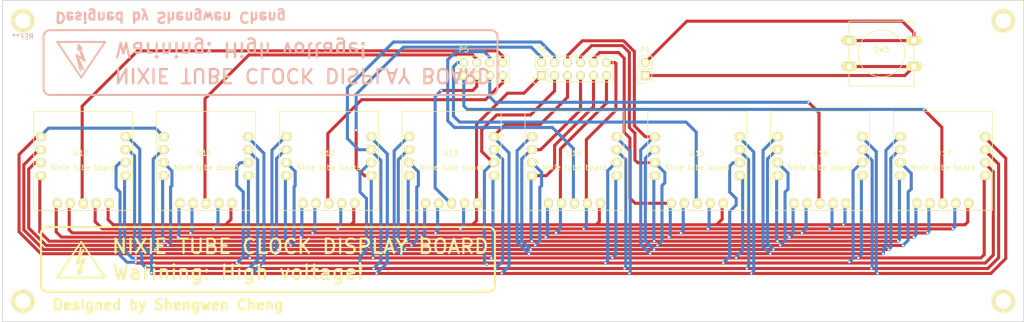
<source format=kicad_pcb>
(kicad_pcb (version 4) (host pcbnew 4.0.5-e0-6337~49~ubuntu16.04.1)

  (general
    (links 108)
    (no_connects 0)
    (area 51.994999 70.493439 252.145001 133.643441)
    (thickness 1.6)
    (drawings 26)
    (tracks 633)
    (zones 0)
    (modules 18)
    (nets 23)
  )

  (page A4)
  (layers
    (0 F.Cu signal)
    (31 B.Cu signal)
    (32 B.Adhes user)
    (33 F.Adhes user)
    (34 B.Paste user)
    (35 F.Paste user)
    (36 B.SilkS user)
    (37 F.SilkS user)
    (38 B.Mask user)
    (39 F.Mask user)
    (40 Dwgs.User user)
    (41 Cmts.User user)
    (42 Eco1.User user)
    (43 Eco2.User user)
    (44 Edge.Cuts user)
    (45 Margin user)
    (46 B.CrtYd user)
    (47 F.CrtYd user)
    (48 B.Fab user)
    (49 F.Fab user)
  )

  (setup
    (last_trace_width 0.6)
    (user_trace_width 0.55)
    (user_trace_width 0.6)
    (user_trace_width 0.7)
    (user_trace_width 0.9)
    (user_trace_width 1.1)
    (user_trace_width 1.3)
    (user_trace_width 1.5)
    (user_trace_width 1.7)
    (trace_clearance 0.2)
    (zone_clearance 0.508)
    (zone_45_only yes)
    (trace_min 0.25)
    (segment_width 0.15)
    (edge_width 0.15)
    (via_size 0.6)
    (via_drill 0.4)
    (via_min_size 0.4)
    (via_min_drill 0.3)
    (uvia_size 0.3)
    (uvia_drill 0.1)
    (uvias_allowed no)
    (uvia_min_size 0.2)
    (uvia_min_drill 0.1)
    (pcb_text_width 0.3)
    (pcb_text_size 1.5 1.5)
    (mod_edge_width 0.15)
    (mod_text_size 1 1)
    (mod_text_width 0.15)
    (pad_size 4.064 4.064)
    (pad_drill 3.048)
    (pad_to_mask_clearance 0.2)
    (aux_axis_origin 0 0)
    (grid_origin 144.96288 117.05844)
    (visible_elements FFFFFF7F)
    (pcbplotparams
      (layerselection 0x010f0_80000001)
      (usegerberextensions true)
      (excludeedgelayer true)
      (linewidth 0.100000)
      (plotframeref false)
      (viasonmask false)
      (mode 1)
      (useauxorigin false)
      (hpglpennumber 1)
      (hpglpenspeed 20)
      (hpglpendiameter 15)
      (hpglpenoverlay 2)
      (psnegative false)
      (psa4output false)
      (plotreference true)
      (plotvalue false)
      (plotinvisibletext false)
      (padsonsilk true)
      (subtractmaskfromsilk false)
      (outputformat 1)
      (mirror false)
      (drillshape 0)
      (scaleselection 1)
      (outputdirectory DISPLAY_BRD_VER3/))
  )

  (net 0 "")
  (net 1 cathode_comma_right)
  (net 2 anode1)
  (net 3 cathode1)
  (net 4 cathode2)
  (net 5 cathode3)
  (net 6 cathode4)
  (net 7 anode5)
  (net 8 cathode5)
  (net 9 cathode6)
  (net 10 cathode7)
  (net 11 cathode8)
  (net 12 cathode9)
  (net 13 cathode0)
  (net 14 anode2)
  (net 15 anode6)
  (net 16 anode3)
  (net 17 anode7)
  (net 18 anode4)
  (net 19 anode8)
  (net 20 "Net-(P1-Pad1)")
  (net 21 "Net-(P1-Pad2)")
  (net 22 cathode_comma_left)

  (net_class Default "This is the default net class."
    (clearance 0.2)
    (trace_width 0.25)
    (via_dia 0.6)
    (via_drill 0.4)
    (uvia_dia 0.3)
    (uvia_drill 0.1)
    (add_net "Net-(P1-Pad1)")
    (add_net "Net-(P1-Pad2)")
    (add_net anode1)
    (add_net anode2)
    (add_net anode3)
    (add_net anode4)
    (add_net anode5)
    (add_net anode6)
    (add_net anode7)
    (add_net anode8)
    (add_net cathode0)
    (add_net cathode1)
    (add_net cathode2)
    (add_net cathode3)
    (add_net cathode4)
    (add_net cathode5)
    (add_net cathode6)
    (add_net cathode7)
    (add_net cathode8)
    (add_net cathode9)
    (add_net cathode_comma_left)
    (add_net cathode_comma_right)
  )

  (module IN-14-board:IN-14 (layer F.Cu) (tedit 57D8A570) (tstamp 57A0B3BB)
    (at 164.095 102.06844)
    (path /5646AE2C/56493B81)
    (fp_text reference U14 (at -0.08212 -1.52) (layer F.SilkS)
      (effects (font (size 1 1) (thickness 0.15)))
    )
    (fp_text value IN-14 (at -0.08212 -0.25) (layer F.Fab)
      (effects (font (size 1 1) (thickness 0.15)))
    )
    (fp_line (start -9.7 -9.7036) (end -9.7 9.7) (layer F.SilkS) (width 0.15))
    (fp_line (start -9.7 9.7) (end 9.7 9.7) (layer F.SilkS) (width 0.15))
    (fp_line (start 9.7 -9.7036) (end 9.7 9.7) (layer F.SilkS) (width 0.15))
    (fp_line (start 9.7 -9.7036) (end -9.7 -9.7036) (layer F.SilkS) (width 0.15))
    (fp_text user "Nixie tube board" (at 0 1.27) (layer F.SilkS)
      (effects (font (size 1 1) (thickness 0.15)))
    )
    (pad 1 thru_hole oval (at 0 8.3 90) (size 2.032 1.7272) (drill 1.016) (layers *.Cu *.Mask F.SilkS)
      (net 16 anode3))
    (pad 3 thru_hole oval (at -5.08 8.3 90) (size 2.032 1.7272) (drill 1.016) (layers *.Cu *.Mask F.SilkS)
      (net 3 cathode1))
    (pad 2 thru_hole oval (at -2.54 8.3 90) (size 2.032 1.7272) (drill 1.016) (layers *.Cu *.Mask F.SilkS)
      (net 22 cathode_comma_left))
    (pad 12 thru_hole oval (at 5.08 8.3 90) (size 2.032 1.7272) (drill 1.016) (layers *.Cu *.Mask F.SilkS)
      (net 13 cathode0))
    (pad 13 thru_hole oval (at 2.54 8.3 90) (size 2.032 1.7272) (drill 1.016) (layers *.Cu *.Mask F.SilkS)
      (net 1 cathode_comma_right))
    (pad 10 thru_hole oval (at 8.3 0.33528) (size 2.032 1.7272) (drill 1.016) (layers *.Cu *.Mask F.SilkS)
      (net 11 cathode8))
    (pad 11 thru_hole oval (at 8.3 2.87528) (size 2.032 1.7272) (drill 1.016) (layers *.Cu *.Mask F.SilkS)
      (net 12 cathode9))
    (pad 9 thru_hole oval (at 8.3 -2.20472) (size 2.032 1.7272) (drill 1.016) (layers *.Cu *.Mask F.SilkS)
      (net 10 cathode7))
    (pad 8 thru_hole oval (at 8.3 -4.74472) (size 2.032 1.7272) (drill 1.016) (layers *.Cu *.Mask F.SilkS)
      (net 9 cathode6))
    (pad 7 thru_hole oval (at -8.3 -4.74472) (size 2.032 1.7272) (drill 1.016) (layers *.Cu *.Mask F.SilkS)
      (net 8 cathode5))
    (pad 6 thru_hole oval (at -8.3 -2.20472) (size 2.032 1.7272) (drill 1.016) (layers *.Cu *.Mask F.SilkS)
      (net 6 cathode4))
    (pad 4 thru_hole oval (at -8.3 2.87528) (size 2.032 1.7272) (drill 1.016) (layers *.Cu *.Mask F.SilkS)
      (net 4 cathode2))
    (pad 5 thru_hole oval (at -8.3 0.33528) (size 2.032 1.7272) (drill 1.016) (layers *.Cu *.Mask F.SilkS)
      (net 5 cathode3))
  )

  (module IN-14-board:IN-14 (layer F.Cu) (tedit 57D8A5CA) (tstamp 57A0B3CB)
    (at 188.145 102.06844)
    (path /5646AE2C/56497266)
    (fp_text reference U15 (at -0.00212 -1.52) (layer F.SilkS)
      (effects (font (size 1 1) (thickness 0.15)))
    )
    (fp_text value IN-14 (at -0.00212 -0.25) (layer F.Fab)
      (effects (font (size 1 1) (thickness 0.15)))
    )
    (fp_line (start -9.7 -9.7036) (end -9.7 9.7) (layer F.SilkS) (width 0.15))
    (fp_line (start -9.7 9.7) (end 9.7 9.7) (layer F.SilkS) (width 0.15))
    (fp_line (start 9.7 -9.7036) (end 9.7 9.7) (layer F.SilkS) (width 0.15))
    (fp_line (start 9.7 -9.7036) (end -9.7 -9.7036) (layer F.SilkS) (width 0.15))
    (fp_text user "Nixie tube board" (at 0 1.27) (layer F.SilkS)
      (effects (font (size 1 1) (thickness 0.15)))
    )
    (pad 1 thru_hole oval (at 0 8.3 90) (size 2.032 1.7272) (drill 1.016) (layers *.Cu *.Mask F.SilkS)
      (net 17 anode7))
    (pad 3 thru_hole oval (at -5.08 8.3 90) (size 2.032 1.7272) (drill 1.016) (layers *.Cu *.Mask F.SilkS)
      (net 3 cathode1))
    (pad 2 thru_hole oval (at -2.54 8.3 90) (size 2.032 1.7272) (drill 1.016) (layers *.Cu *.Mask F.SilkS)
      (net 22 cathode_comma_left))
    (pad 12 thru_hole oval (at 5.08 8.3 90) (size 2.032 1.7272) (drill 1.016) (layers *.Cu *.Mask F.SilkS)
      (net 13 cathode0))
    (pad 13 thru_hole oval (at 2.54 8.3 90) (size 2.032 1.7272) (drill 1.016) (layers *.Cu *.Mask F.SilkS)
      (net 1 cathode_comma_right))
    (pad 10 thru_hole oval (at 8.3 0.33528) (size 2.032 1.7272) (drill 1.016) (layers *.Cu *.Mask F.SilkS)
      (net 11 cathode8))
    (pad 11 thru_hole oval (at 8.3 2.87528) (size 2.032 1.7272) (drill 1.016) (layers *.Cu *.Mask F.SilkS)
      (net 12 cathode9))
    (pad 9 thru_hole oval (at 8.3 -2.20472) (size 2.032 1.7272) (drill 1.016) (layers *.Cu *.Mask F.SilkS)
      (net 10 cathode7))
    (pad 8 thru_hole oval (at 8.3 -4.74472) (size 2.032 1.7272) (drill 1.016) (layers *.Cu *.Mask F.SilkS)
      (net 9 cathode6))
    (pad 7 thru_hole oval (at -8.3 -4.74472) (size 2.032 1.7272) (drill 1.016) (layers *.Cu *.Mask F.SilkS)
      (net 8 cathode5))
    (pad 6 thru_hole oval (at -8.3 -2.20472) (size 2.032 1.7272) (drill 1.016) (layers *.Cu *.Mask F.SilkS)
      (net 6 cathode4))
    (pad 4 thru_hole oval (at -8.3 2.87528) (size 2.032 1.7272) (drill 1.016) (layers *.Cu *.Mask F.SilkS)
      (net 4 cathode2))
    (pad 5 thru_hole oval (at -8.3 0.33528) (size 2.032 1.7272) (drill 1.016) (layers *.Cu *.Mask F.SilkS)
      (net 5 cathode3))
  )

  (module IN-14-board:IN-14 (layer F.Cu) (tedit 57D8A5CE) (tstamp 57A0B3DB)
    (at 212.195 102.06844)
    (path /5646AE2C/56493B87)
    (fp_text reference U16 (at 0.07788 -1.52) (layer F.SilkS)
      (effects (font (size 1 1) (thickness 0.15)))
    )
    (fp_text value IN-14 (at 0.07788 -0.25) (layer F.Fab)
      (effects (font (size 1 1) (thickness 0.15)))
    )
    (fp_line (start -9.7 -9.7036) (end -9.7 9.7) (layer F.SilkS) (width 0.15))
    (fp_line (start -9.7 9.7) (end 9.7 9.7) (layer F.SilkS) (width 0.15))
    (fp_line (start 9.7 -9.7036) (end 9.7 9.7) (layer F.SilkS) (width 0.15))
    (fp_line (start 9.7 -9.7036) (end -9.7 -9.7036) (layer F.SilkS) (width 0.15))
    (fp_text user "Nixie tube board" (at 0 1.27) (layer F.SilkS)
      (effects (font (size 1 1) (thickness 0.15)))
    )
    (pad 1 thru_hole oval (at 0 8.3 90) (size 2.032 1.7272) (drill 1.016) (layers *.Cu *.Mask F.SilkS)
      (net 18 anode4))
    (pad 3 thru_hole oval (at -5.08 8.3 90) (size 2.032 1.7272) (drill 1.016) (layers *.Cu *.Mask F.SilkS)
      (net 3 cathode1))
    (pad 2 thru_hole oval (at -2.54 8.3 90) (size 2.032 1.7272) (drill 1.016) (layers *.Cu *.Mask F.SilkS)
      (net 22 cathode_comma_left))
    (pad 12 thru_hole oval (at 5.08 8.3 90) (size 2.032 1.7272) (drill 1.016) (layers *.Cu *.Mask F.SilkS)
      (net 13 cathode0))
    (pad 13 thru_hole oval (at 2.54 8.3 90) (size 2.032 1.7272) (drill 1.016) (layers *.Cu *.Mask F.SilkS)
      (net 1 cathode_comma_right))
    (pad 10 thru_hole oval (at 8.3 0.33528) (size 2.032 1.7272) (drill 1.016) (layers *.Cu *.Mask F.SilkS)
      (net 11 cathode8))
    (pad 11 thru_hole oval (at 8.3 2.87528) (size 2.032 1.7272) (drill 1.016) (layers *.Cu *.Mask F.SilkS)
      (net 12 cathode9))
    (pad 9 thru_hole oval (at 8.3 -2.20472) (size 2.032 1.7272) (drill 1.016) (layers *.Cu *.Mask F.SilkS)
      (net 10 cathode7))
    (pad 8 thru_hole oval (at 8.3 -4.74472) (size 2.032 1.7272) (drill 1.016) (layers *.Cu *.Mask F.SilkS)
      (net 9 cathode6))
    (pad 7 thru_hole oval (at -8.3 -4.74472) (size 2.032 1.7272) (drill 1.016) (layers *.Cu *.Mask F.SilkS)
      (net 8 cathode5))
    (pad 6 thru_hole oval (at -8.3 -2.20472) (size 2.032 1.7272) (drill 1.016) (layers *.Cu *.Mask F.SilkS)
      (net 6 cathode4))
    (pad 4 thru_hole oval (at -8.3 2.87528) (size 2.032 1.7272) (drill 1.016) (layers *.Cu *.Mask F.SilkS)
      (net 4 cathode2))
    (pad 5 thru_hole oval (at -8.3 0.33528) (size 2.032 1.7272) (drill 1.016) (layers *.Cu *.Mask F.SilkS)
      (net 5 cathode3))
  )

  (module IN-14-board:IN-14 (layer F.Cu) (tedit 57D8A5D9) (tstamp 57A0B3EB)
    (at 236.245 102.06844)
    (path /5646AE2C/5649726C)
    (fp_text reference U17 (at 0.15788 -1.52) (layer F.SilkS)
      (effects (font (size 1 1) (thickness 0.15)))
    )
    (fp_text value IN-14 (at 0.15788 -0.25) (layer F.Fab)
      (effects (font (size 1 1) (thickness 0.15)))
    )
    (fp_line (start -9.7 -9.7036) (end -9.7 9.7) (layer F.SilkS) (width 0.15))
    (fp_line (start -9.7 9.7) (end 9.7 9.7) (layer F.SilkS) (width 0.15))
    (fp_line (start 9.7 -9.7036) (end 9.7 9.7) (layer F.SilkS) (width 0.15))
    (fp_line (start 9.7 -9.7036) (end -9.7 -9.7036) (layer F.SilkS) (width 0.15))
    (fp_text user "Nixie tube board" (at 0 1.27) (layer F.SilkS)
      (effects (font (size 1 1) (thickness 0.15)))
    )
    (pad 1 thru_hole oval (at 0 8.3 90) (size 2.032 1.7272) (drill 1.016) (layers *.Cu *.Mask F.SilkS)
      (net 19 anode8))
    (pad 3 thru_hole oval (at -5.08 8.3 90) (size 2.032 1.7272) (drill 1.016) (layers *.Cu *.Mask F.SilkS)
      (net 3 cathode1))
    (pad 2 thru_hole oval (at -2.54 8.3 90) (size 2.032 1.7272) (drill 1.016) (layers *.Cu *.Mask F.SilkS)
      (net 22 cathode_comma_left))
    (pad 12 thru_hole oval (at 5.08 8.3 90) (size 2.032 1.7272) (drill 1.016) (layers *.Cu *.Mask F.SilkS)
      (net 13 cathode0))
    (pad 13 thru_hole oval (at 2.54 8.3 90) (size 2.032 1.7272) (drill 1.016) (layers *.Cu *.Mask F.SilkS)
      (net 1 cathode_comma_right))
    (pad 10 thru_hole oval (at 8.3 0.33528) (size 2.032 1.7272) (drill 1.016) (layers *.Cu *.Mask F.SilkS)
      (net 11 cathode8))
    (pad 11 thru_hole oval (at 8.3 2.87528) (size 2.032 1.7272) (drill 1.016) (layers *.Cu *.Mask F.SilkS)
      (net 12 cathode9))
    (pad 9 thru_hole oval (at 8.3 -2.20472) (size 2.032 1.7272) (drill 1.016) (layers *.Cu *.Mask F.SilkS)
      (net 10 cathode7))
    (pad 8 thru_hole oval (at 8.3 -4.74472) (size 2.032 1.7272) (drill 1.016) (layers *.Cu *.Mask F.SilkS)
      (net 9 cathode6))
    (pad 7 thru_hole oval (at -8.3 -4.74472) (size 2.032 1.7272) (drill 1.016) (layers *.Cu *.Mask F.SilkS)
      (net 8 cathode5))
    (pad 6 thru_hole oval (at -8.3 -2.20472) (size 2.032 1.7272) (drill 1.016) (layers *.Cu *.Mask F.SilkS)
      (net 6 cathode4))
    (pad 4 thru_hole oval (at -8.3 2.87528) (size 2.032 1.7272) (drill 1.016) (layers *.Cu *.Mask F.SilkS)
      (net 4 cathode2))
    (pad 5 thru_hole oval (at -8.3 0.33528) (size 2.032 1.7272) (drill 1.016) (layers *.Cu *.Mask F.SilkS)
      (net 5 cathode3))
  )

  (module IN-14-board:IN-14 (layer F.Cu) (tedit 57D8A5C2) (tstamp 57A0B3AB)
    (at 140.045 102.06844)
    (path /5646AE2C/56497260)
    (fp_text reference U13 (at -0.16212 -1.52) (layer F.SilkS)
      (effects (font (size 1 1) (thickness 0.15)))
    )
    (fp_text value IN-14 (at -0.16212 -0.25) (layer F.Fab)
      (effects (font (size 1 1) (thickness 0.15)))
    )
    (fp_line (start -9.7 -9.7036) (end -9.7 9.7) (layer F.SilkS) (width 0.15))
    (fp_line (start -9.7 9.7) (end 9.7 9.7) (layer F.SilkS) (width 0.15))
    (fp_line (start 9.7 -9.7036) (end 9.7 9.7) (layer F.SilkS) (width 0.15))
    (fp_line (start 9.7 -9.7036) (end -9.7 -9.7036) (layer F.SilkS) (width 0.15))
    (fp_text user "Nixie tube board" (at 0 1.27) (layer F.SilkS)
      (effects (font (size 1 1) (thickness 0.15)))
    )
    (pad 1 thru_hole oval (at 0 8.3 90) (size 2.032 1.7272) (drill 1.016) (layers *.Cu *.Mask F.SilkS)
      (net 15 anode6))
    (pad 3 thru_hole oval (at -5.08 8.3 90) (size 2.032 1.7272) (drill 1.016) (layers *.Cu *.Mask F.SilkS)
      (net 3 cathode1))
    (pad 2 thru_hole oval (at -2.54 8.3 90) (size 2.032 1.7272) (drill 1.016) (layers *.Cu *.Mask F.SilkS)
      (net 22 cathode_comma_left))
    (pad 12 thru_hole oval (at 5.08 8.3 90) (size 2.032 1.7272) (drill 1.016) (layers *.Cu *.Mask F.SilkS)
      (net 13 cathode0))
    (pad 13 thru_hole oval (at 2.54 8.3 90) (size 2.032 1.7272) (drill 1.016) (layers *.Cu *.Mask F.SilkS)
      (net 1 cathode_comma_right))
    (pad 10 thru_hole oval (at 8.3 0.33528) (size 2.032 1.7272) (drill 1.016) (layers *.Cu *.Mask F.SilkS)
      (net 11 cathode8))
    (pad 11 thru_hole oval (at 8.3 2.87528) (size 2.032 1.7272) (drill 1.016) (layers *.Cu *.Mask F.SilkS)
      (net 12 cathode9))
    (pad 9 thru_hole oval (at 8.3 -2.20472) (size 2.032 1.7272) (drill 1.016) (layers *.Cu *.Mask F.SilkS)
      (net 10 cathode7))
    (pad 8 thru_hole oval (at 8.3 -4.74472) (size 2.032 1.7272) (drill 1.016) (layers *.Cu *.Mask F.SilkS)
      (net 9 cathode6))
    (pad 7 thru_hole oval (at -8.3 -4.74472) (size 2.032 1.7272) (drill 1.016) (layers *.Cu *.Mask F.SilkS)
      (net 8 cathode5))
    (pad 6 thru_hole oval (at -8.3 -2.20472) (size 2.032 1.7272) (drill 1.016) (layers *.Cu *.Mask F.SilkS)
      (net 6 cathode4))
    (pad 4 thru_hole oval (at -8.3 2.87528) (size 2.032 1.7272) (drill 1.016) (layers *.Cu *.Mask F.SilkS)
      (net 4 cathode2))
    (pad 5 thru_hole oval (at -8.3 0.33528) (size 2.032 1.7272) (drill 1.016) (layers *.Cu *.Mask F.SilkS)
      (net 5 cathode3))
  )

  (module IN-14-board:IN-14 (layer F.Cu) (tedit 57D8A5BD) (tstamp 57A0B39B)
    (at 115.995 102.06844)
    (path /5646AE2C/56493A41)
    (fp_text reference U12 (at -0.24212 -1.52) (layer F.SilkS)
      (effects (font (size 1 1) (thickness 0.15)))
    )
    (fp_text value IN-14 (at -0.24212 -0.25) (layer F.Fab)
      (effects (font (size 1 1) (thickness 0.15)))
    )
    (fp_line (start -9.7 -9.7036) (end -9.7 9.7) (layer F.SilkS) (width 0.15))
    (fp_line (start -9.7 9.7) (end 9.7 9.7) (layer F.SilkS) (width 0.15))
    (fp_line (start 9.7 -9.7036) (end 9.7 9.7) (layer F.SilkS) (width 0.15))
    (fp_line (start 9.7 -9.7036) (end -9.7 -9.7036) (layer F.SilkS) (width 0.15))
    (fp_text user "Nixie tube board" (at 0 1.27) (layer F.SilkS)
      (effects (font (size 1 1) (thickness 0.15)))
    )
    (pad 1 thru_hole oval (at 0 8.3 90) (size 2.032 1.7272) (drill 1.016) (layers *.Cu *.Mask F.SilkS)
      (net 14 anode2))
    (pad 3 thru_hole oval (at -5.08 8.3 90) (size 2.032 1.7272) (drill 1.016) (layers *.Cu *.Mask F.SilkS)
      (net 3 cathode1))
    (pad 2 thru_hole oval (at -2.54 8.3 90) (size 2.032 1.7272) (drill 1.016) (layers *.Cu *.Mask F.SilkS)
      (net 22 cathode_comma_left))
    (pad 12 thru_hole oval (at 5.08 8.3 90) (size 2.032 1.7272) (drill 1.016) (layers *.Cu *.Mask F.SilkS)
      (net 13 cathode0))
    (pad 13 thru_hole oval (at 2.54 8.3 90) (size 2.032 1.7272) (drill 1.016) (layers *.Cu *.Mask F.SilkS)
      (net 1 cathode_comma_right))
    (pad 10 thru_hole oval (at 8.3 0.33528) (size 2.032 1.7272) (drill 1.016) (layers *.Cu *.Mask F.SilkS)
      (net 11 cathode8))
    (pad 11 thru_hole oval (at 8.3 2.87528) (size 2.032 1.7272) (drill 1.016) (layers *.Cu *.Mask F.SilkS)
      (net 12 cathode9))
    (pad 9 thru_hole oval (at 8.3 -2.20472) (size 2.032 1.7272) (drill 1.016) (layers *.Cu *.Mask F.SilkS)
      (net 10 cathode7))
    (pad 8 thru_hole oval (at 8.3 -4.74472) (size 2.032 1.7272) (drill 1.016) (layers *.Cu *.Mask F.SilkS)
      (net 9 cathode6))
    (pad 7 thru_hole oval (at -8.3 -4.74472) (size 2.032 1.7272) (drill 1.016) (layers *.Cu *.Mask F.SilkS)
      (net 8 cathode5))
    (pad 6 thru_hole oval (at -8.3 -2.20472) (size 2.032 1.7272) (drill 1.016) (layers *.Cu *.Mask F.SilkS)
      (net 6 cathode4))
    (pad 4 thru_hole oval (at -8.3 2.87528) (size 2.032 1.7272) (drill 1.016) (layers *.Cu *.Mask F.SilkS)
      (net 4 cathode2))
    (pad 5 thru_hole oval (at -8.3 0.33528) (size 2.032 1.7272) (drill 1.016) (layers *.Cu *.Mask F.SilkS)
      (net 5 cathode3))
  )

  (module IN-14-board:IN-14 (layer F.Cu) (tedit 57D8A5B8) (tstamp 57A0B38B)
    (at 91.945 102.06844)
    (path /5646AE2C/5649725A)
    (fp_text reference U11 (at -0.32212 -1.52) (layer F.SilkS)
      (effects (font (size 1 1) (thickness 0.15)))
    )
    (fp_text value IN-14 (at -0.32212 -0.25) (layer F.Fab)
      (effects (font (size 1 1) (thickness 0.15)))
    )
    (fp_line (start -9.7 -9.7036) (end -9.7 9.7) (layer F.SilkS) (width 0.15))
    (fp_line (start -9.7 9.7) (end 9.7 9.7) (layer F.SilkS) (width 0.15))
    (fp_line (start 9.7 -9.7036) (end 9.7 9.7) (layer F.SilkS) (width 0.15))
    (fp_line (start 9.7 -9.7036) (end -9.7 -9.7036) (layer F.SilkS) (width 0.15))
    (fp_text user "Nixie tube board" (at 0 1.27) (layer F.SilkS)
      (effects (font (size 1 1) (thickness 0.15)))
    )
    (pad 1 thru_hole oval (at 0 8.3 90) (size 2.032 1.7272) (drill 1.016) (layers *.Cu *.Mask F.SilkS)
      (net 7 anode5))
    (pad 3 thru_hole oval (at -5.08 8.3 90) (size 2.032 1.7272) (drill 1.016) (layers *.Cu *.Mask F.SilkS)
      (net 3 cathode1))
    (pad 2 thru_hole oval (at -2.54 8.3 90) (size 2.032 1.7272) (drill 1.016) (layers *.Cu *.Mask F.SilkS)
      (net 22 cathode_comma_left))
    (pad 12 thru_hole oval (at 5.08 8.3 90) (size 2.032 1.7272) (drill 1.016) (layers *.Cu *.Mask F.SilkS)
      (net 13 cathode0))
    (pad 13 thru_hole oval (at 2.54 8.3 90) (size 2.032 1.7272) (drill 1.016) (layers *.Cu *.Mask F.SilkS)
      (net 1 cathode_comma_right))
    (pad 10 thru_hole oval (at 8.3 0.33528) (size 2.032 1.7272) (drill 1.016) (layers *.Cu *.Mask F.SilkS)
      (net 11 cathode8))
    (pad 11 thru_hole oval (at 8.3 2.87528) (size 2.032 1.7272) (drill 1.016) (layers *.Cu *.Mask F.SilkS)
      (net 12 cathode9))
    (pad 9 thru_hole oval (at 8.3 -2.20472) (size 2.032 1.7272) (drill 1.016) (layers *.Cu *.Mask F.SilkS)
      (net 10 cathode7))
    (pad 8 thru_hole oval (at 8.3 -4.74472) (size 2.032 1.7272) (drill 1.016) (layers *.Cu *.Mask F.SilkS)
      (net 9 cathode6))
    (pad 7 thru_hole oval (at -8.3 -4.74472) (size 2.032 1.7272) (drill 1.016) (layers *.Cu *.Mask F.SilkS)
      (net 8 cathode5))
    (pad 6 thru_hole oval (at -8.3 -2.20472) (size 2.032 1.7272) (drill 1.016) (layers *.Cu *.Mask F.SilkS)
      (net 6 cathode4))
    (pad 4 thru_hole oval (at -8.3 2.87528) (size 2.032 1.7272) (drill 1.016) (layers *.Cu *.Mask F.SilkS)
      (net 4 cathode2))
    (pad 5 thru_hole oval (at -8.3 0.33528) (size 2.032 1.7272) (drill 1.016) (layers *.Cu *.Mask F.SilkS)
      (net 5 cathode3))
  )

  (module IN-14-board:IN-14 (layer F.Cu) (tedit 57D8A5B4) (tstamp 57A0B37B)
    (at 67.895 102.06844)
    (path /5646AE2C/5649391C)
    (fp_text reference U10 (at -0.40212 -1.52) (layer F.SilkS)
      (effects (font (size 1 1) (thickness 0.15)))
    )
    (fp_text value IN-14 (at -0.40212 -0.25) (layer F.Fab)
      (effects (font (size 1 1) (thickness 0.15)))
    )
    (fp_line (start -9.7 -9.7036) (end -9.7 9.7) (layer F.SilkS) (width 0.15))
    (fp_line (start -9.7 9.7) (end 9.7 9.7) (layer F.SilkS) (width 0.15))
    (fp_line (start 9.7 -9.7036) (end 9.7 9.7) (layer F.SilkS) (width 0.15))
    (fp_line (start 9.7 -9.7036) (end -9.7 -9.7036) (layer F.SilkS) (width 0.15))
    (fp_text user "Nixie tube board" (at 0 1.27) (layer F.SilkS)
      (effects (font (size 1 1) (thickness 0.15)))
    )
    (pad 1 thru_hole oval (at 0 8.3 90) (size 2.032 1.7272) (drill 1.016) (layers *.Cu *.Mask F.SilkS)
      (net 2 anode1))
    (pad 3 thru_hole oval (at -5.08 8.3 90) (size 2.032 1.7272) (drill 1.016) (layers *.Cu *.Mask F.SilkS)
      (net 3 cathode1))
    (pad 2 thru_hole oval (at -2.54 8.3 90) (size 2.032 1.7272) (drill 1.016) (layers *.Cu *.Mask F.SilkS)
      (net 22 cathode_comma_left))
    (pad 12 thru_hole oval (at 5.08 8.3 90) (size 2.032 1.7272) (drill 1.016) (layers *.Cu *.Mask F.SilkS)
      (net 13 cathode0))
    (pad 13 thru_hole oval (at 2.54 8.3 90) (size 2.032 1.7272) (drill 1.016) (layers *.Cu *.Mask F.SilkS)
      (net 1 cathode_comma_right))
    (pad 10 thru_hole oval (at 8.3 0.33528) (size 2.032 1.7272) (drill 1.016) (layers *.Cu *.Mask F.SilkS)
      (net 11 cathode8))
    (pad 11 thru_hole oval (at 8.3 2.87528) (size 2.032 1.7272) (drill 1.016) (layers *.Cu *.Mask F.SilkS)
      (net 12 cathode9))
    (pad 9 thru_hole oval (at 8.3 -2.20472) (size 2.032 1.7272) (drill 1.016) (layers *.Cu *.Mask F.SilkS)
      (net 10 cathode7))
    (pad 8 thru_hole oval (at 8.3 -4.74472) (size 2.032 1.7272) (drill 1.016) (layers *.Cu *.Mask F.SilkS)
      (net 9 cathode6))
    (pad 7 thru_hole oval (at -8.3 -4.74472) (size 2.032 1.7272) (drill 1.016) (layers *.Cu *.Mask F.SilkS)
      (net 8 cathode5))
    (pad 6 thru_hole oval (at -8.3 -2.20472) (size 2.032 1.7272) (drill 1.016) (layers *.Cu *.Mask F.SilkS)
      (net 6 cathode4))
    (pad 4 thru_hole oval (at -8.3 2.87528) (size 2.032 1.7272) (drill 1.016) (layers *.Cu *.Mask F.SilkS)
      (net 4 cathode2))
    (pad 5 thru_hole oval (at -8.3 0.33528) (size 2.032 1.7272) (drill 1.016) (layers *.Cu *.Mask F.SilkS)
      (net 5 cathode3))
  )

  (module Pin_Headers:Pin_Header_Straight_2x04 (layer F.Cu) (tedit 57D8A61B) (tstamp 57AE6C02)
    (at 142.42288 85.30844 90)
    (descr "Through hole pin header")
    (tags "pin header")
    (path /5646AE2C/56A3C4CF)
    (fp_text reference P5 (at 5.08 0 180) (layer F.SilkS)
      (effects (font (size 1 1) (thickness 0.15)))
    )
    (fp_text value CONN_01X08 (at 0 -3.1 90) (layer F.Fab)
      (effects (font (size 1 1) (thickness 0.15)))
    )
    (fp_line (start -1.75 -1.75) (end -1.75 9.4) (layer F.CrtYd) (width 0.05))
    (fp_line (start 4.3 -1.75) (end 4.3 9.4) (layer F.CrtYd) (width 0.05))
    (fp_line (start -1.75 -1.75) (end 4.3 -1.75) (layer F.CrtYd) (width 0.05))
    (fp_line (start -1.75 9.4) (end 4.3 9.4) (layer F.CrtYd) (width 0.05))
    (fp_line (start -1.27 1.27) (end -1.27 8.89) (layer F.SilkS) (width 0.15))
    (fp_line (start -1.27 8.89) (end 3.81 8.89) (layer F.SilkS) (width 0.15))
    (fp_line (start 3.81 8.89) (end 3.81 -1.27) (layer F.SilkS) (width 0.15))
    (fp_line (start 3.81 -1.27) (end 1.27 -1.27) (layer F.SilkS) (width 0.15))
    (fp_line (start 0 -1.55) (end -1.55 -1.55) (layer F.SilkS) (width 0.15))
    (fp_line (start 1.27 -1.27) (end 1.27 1.27) (layer F.SilkS) (width 0.15))
    (fp_line (start 1.27 1.27) (end -1.27 1.27) (layer F.SilkS) (width 0.15))
    (fp_line (start -1.55 -1.55) (end -1.55 0) (layer F.SilkS) (width 0.15))
    (pad 1 thru_hole rect (at 0 0 90) (size 1.7272 1.7272) (drill 1.016) (layers *.Cu *.Mask F.SilkS)
      (net 19 anode8))
    (pad 2 thru_hole oval (at 2.54 0 90) (size 1.7272 1.7272) (drill 1.016) (layers *.Cu *.Mask F.SilkS)
      (net 17 anode7))
    (pad 3 thru_hole oval (at 0 2.54 90) (size 1.7272 1.7272) (drill 1.016) (layers *.Cu *.Mask F.SilkS)
      (net 15 anode6))
    (pad 4 thru_hole oval (at 2.54 2.54 90) (size 1.7272 1.7272) (drill 1.016) (layers *.Cu *.Mask F.SilkS)
      (net 7 anode5))
    (pad 5 thru_hole oval (at 0 5.08 90) (size 1.7272 1.7272) (drill 1.016) (layers *.Cu *.Mask F.SilkS)
      (net 18 anode4))
    (pad 6 thru_hole oval (at 2.54 5.08 90) (size 1.7272 1.7272) (drill 1.016) (layers *.Cu *.Mask F.SilkS)
      (net 16 anode3))
    (pad 7 thru_hole oval (at 0 7.62 90) (size 1.7272 1.7272) (drill 1.016) (layers *.Cu *.Mask F.SilkS)
      (net 14 anode2))
    (pad 8 thru_hole oval (at 2.54 7.62 90) (size 1.7272 1.7272) (drill 1.016) (layers *.Cu *.Mask F.SilkS)
      (net 2 anode1))
    (model Pin_Headers.3dshapes/Pin_Header_Straight_2x04.wrl
      (at (xyz 0.05 -0.15 0))
      (scale (xyz 1 1 1))
      (rotate (xyz 0 0 90))
    )
  )

  (module Pin_Headers:Pin_Header_Straight_2x06 (layer F.Cu) (tedit 57D8A620) (tstamp 57AE6C19)
    (at 157.66288 85.30844 90)
    (descr "Through hole pin header")
    (tags "pin header")
    (path /5646AE2C/56A3E427)
    (fp_text reference P6 (at 5.08 0 180) (layer F.SilkS)
      (effects (font (size 1 1) (thickness 0.15)))
    )
    (fp_text value CONN_01X12 (at 0 -3.1 90) (layer F.Fab)
      (effects (font (size 1 1) (thickness 0.15)))
    )
    (fp_line (start -1.75 -1.75) (end -1.75 14.45) (layer F.CrtYd) (width 0.05))
    (fp_line (start 4.3 -1.75) (end 4.3 14.45) (layer F.CrtYd) (width 0.05))
    (fp_line (start -1.75 -1.75) (end 4.3 -1.75) (layer F.CrtYd) (width 0.05))
    (fp_line (start -1.75 14.45) (end 4.3 14.45) (layer F.CrtYd) (width 0.05))
    (fp_line (start 3.81 13.97) (end 3.81 -1.27) (layer F.SilkS) (width 0.15))
    (fp_line (start -1.27 1.27) (end -1.27 13.97) (layer F.SilkS) (width 0.15))
    (fp_line (start 3.81 13.97) (end -1.27 13.97) (layer F.SilkS) (width 0.15))
    (fp_line (start 3.81 -1.27) (end 1.27 -1.27) (layer F.SilkS) (width 0.15))
    (fp_line (start 0 -1.55) (end -1.55 -1.55) (layer F.SilkS) (width 0.15))
    (fp_line (start 1.27 -1.27) (end 1.27 1.27) (layer F.SilkS) (width 0.15))
    (fp_line (start 1.27 1.27) (end -1.27 1.27) (layer F.SilkS) (width 0.15))
    (fp_line (start -1.55 -1.55) (end -1.55 0) (layer F.SilkS) (width 0.15))
    (pad 1 thru_hole rect (at 0 0 90) (size 1.7272 1.7272) (drill 1.016) (layers *.Cu *.Mask F.SilkS)
      (net 13 cathode0))
    (pad 2 thru_hole oval (at 2.54 0 90) (size 1.7272 1.7272) (drill 1.016) (layers *.Cu *.Mask F.SilkS)
      (net 12 cathode9))
    (pad 3 thru_hole oval (at 0 2.54 90) (size 1.7272 1.7272) (drill 1.016) (layers *.Cu *.Mask F.SilkS)
      (net 11 cathode8))
    (pad 4 thru_hole oval (at 2.54 2.54 90) (size 1.7272 1.7272) (drill 1.016) (layers *.Cu *.Mask F.SilkS)
      (net 10 cathode7))
    (pad 5 thru_hole oval (at 0 5.08 90) (size 1.7272 1.7272) (drill 1.016) (layers *.Cu *.Mask F.SilkS)
      (net 9 cathode6))
    (pad 6 thru_hole oval (at 2.54 5.08 90) (size 1.7272 1.7272) (drill 1.016) (layers *.Cu *.Mask F.SilkS)
      (net 8 cathode5))
    (pad 7 thru_hole oval (at 0 7.62 90) (size 1.7272 1.7272) (drill 1.016) (layers *.Cu *.Mask F.SilkS)
      (net 6 cathode4))
    (pad 8 thru_hole oval (at 2.54 7.62 90) (size 1.7272 1.7272) (drill 1.016) (layers *.Cu *.Mask F.SilkS)
      (net 5 cathode3))
    (pad 9 thru_hole oval (at 0 10.16 90) (size 1.7272 1.7272) (drill 1.016) (layers *.Cu *.Mask F.SilkS)
      (net 4 cathode2))
    (pad 10 thru_hole oval (at 2.54 10.16 90) (size 1.7272 1.7272) (drill 1.016) (layers *.Cu *.Mask F.SilkS)
      (net 3 cathode1))
    (pad 11 thru_hole oval (at 0 12.7 90) (size 1.7272 1.7272) (drill 1.016) (layers *.Cu *.Mask F.SilkS)
      (net 22 cathode_comma_left))
    (pad 12 thru_hole oval (at 2.54 12.7 90) (size 1.7272 1.7272) (drill 1.016) (layers *.Cu *.Mask F.SilkS)
      (net 1 cathode_comma_right))
    (model Pin_Headers.3dshapes/Pin_Header_Straight_2x06.wrl
      (at (xyz 0.05 -0.25 0))
      (scale (xyz 1 1 1))
      (rotate (xyz 0 0 90))
    )
  )

  (module Pin_Headers:Pin_Header_Straight_2x01 (layer F.Cu) (tedit 57D8A625) (tstamp 57A5D99E)
    (at 177.98288 85.30844 90)
    (descr "Through hole pin header")
    (tags "pin header")
    (path /5646AE2C/57A4B8DF)
    (fp_text reference P1 (at 5.08 0 180) (layer F.SilkS)
      (effects (font (size 1 1) (thickness 0.15)))
    )
    (fp_text value CONN_02X01 (at 0 -3.1 90) (layer F.Fab)
      (effects (font (size 1 1) (thickness 0.15)))
    )
    (fp_line (start -1.75 -1.75) (end -1.75 1.75) (layer F.CrtYd) (width 0.05))
    (fp_line (start 4.3 -1.75) (end 4.3 1.75) (layer F.CrtYd) (width 0.05))
    (fp_line (start -1.75 -1.75) (end 4.3 -1.75) (layer F.CrtYd) (width 0.05))
    (fp_line (start -1.75 1.75) (end 4.3 1.75) (layer F.CrtYd) (width 0.05))
    (fp_line (start -1.55 0) (end -1.55 -1.55) (layer F.SilkS) (width 0.15))
    (fp_line (start 0 -1.55) (end -1.55 -1.55) (layer F.SilkS) (width 0.15))
    (fp_line (start -1.27 1.27) (end 1.27 1.27) (layer F.SilkS) (width 0.15))
    (fp_line (start 3.81 -1.27) (end 1.27 -1.27) (layer F.SilkS) (width 0.15))
    (fp_line (start 1.27 -1.27) (end 1.27 1.27) (layer F.SilkS) (width 0.15))
    (fp_line (start 1.27 1.27) (end 3.81 1.27) (layer F.SilkS) (width 0.15))
    (fp_line (start 3.81 1.27) (end 3.81 -1.27) (layer F.SilkS) (width 0.15))
    (pad 1 thru_hole rect (at 0 0 90) (size 1.7272 1.7272) (drill 1.016) (layers *.Cu *.Mask F.SilkS)
      (net 20 "Net-(P1-Pad1)"))
    (pad 2 thru_hole oval (at 2.54 0 90) (size 1.7272 1.7272) (drill 1.016) (layers *.Cu *.Mask F.SilkS)
      (net 21 "Net-(P1-Pad2)"))
    (model Pin_Headers.3dshapes/Pin_Header_Straight_2x01.wrl
      (at (xyz 0.05 0 0))
      (scale (xyz 1 1 1))
      (rotate (xyz 0 0 90))
    )
  )

  (module Connect:1pin (layer F.Cu) (tedit 57D8A5DE) (tstamp 57D8BB52)
    (at 248.07 74.56844)
    (descr "module 1 pin (ou trou mecanique de percage)")
    (tags DEV)
    (fp_text reference "e REF**" (at 0 -3.048) (layer F.SilkS) hide
      (effects (font (size 1 1) (thickness 0.15)))
    )
    (fp_text value 1pin (at 0 2.794) (layer F.Fab)
      (effects (font (size 1 1) (thickness 0.15)))
    )
    (fp_circle (center 0 0) (end 0 -2.286) (layer F.SilkS) (width 0.15))
    (pad 1 thru_hole circle (at 0 0) (size 4.064 4.064) (drill 3.048) (layers *.Cu *.Mask F.SilkS))
  )

  (module Connect:1pin (layer F.Cu) (tedit 57D8A5FB) (tstamp 57D8BB58)
    (at 248.07 129.56844)
    (descr "module 1 pin (ou trou mecanique de percage)")
    (tags DEV)
    (fp_text reference REF** (at 0 -3.048) (layer F.SilkS) hide
      (effects (font (size 1 1) (thickness 0.15)))
    )
    (fp_text value 1pin (at 0 2.794) (layer F.Fab)
      (effects (font (size 1 1) (thickness 0.15)))
    )
    (fp_circle (center 0 0) (end 0 -2.286) (layer F.SilkS) (width 0.15))
    (pad 1 thru_hole circle (at 0 0) (size 4.064 4.064) (drill 3.048) (layers *.Cu *.Mask F.SilkS))
  )

  (module Connect:1pin (layer F.Cu) (tedit 57D8A5E4) (tstamp 57D8BB5E)
    (at 56.07 74.56844)
    (descr "module 1 pin (ou trou mecanique de percage)")
    (tags DEV)
    (fp_text reference REF** (at 0 -3.048) (layer F.SilkS) hide
      (effects (font (size 1 1) (thickness 0.15)))
    )
    (fp_text value 1pin (at 0 2.794) (layer F.Fab)
      (effects (font (size 1 1) (thickness 0.15)))
    )
    (fp_circle (center 0 0) (end 0 -2.286) (layer F.SilkS) (width 0.15))
    (pad 1 thru_hole circle (at 0 0) (size 4.064 4.064) (drill 3.048) (layers *.Cu *.Mask F.SilkS))
  )

  (module Connect:1pin (layer F.Cu) (tedit 57D8A5F3) (tstamp 57D8BB64)
    (at 56.07 129.56844)
    (descr "module 1 pin (ou trou mecanique de percage)")
    (tags DEV)
    (fp_text reference REF** (at 0 -3.048) (layer F.SilkS) hide
      (effects (font (size 1 1) (thickness 0.15)))
    )
    (fp_text value 1pin (at 0 2.794) (layer F.Fab)
      (effects (font (size 1 1) (thickness 0.15)))
    )
    (fp_circle (center 0 0) (end 0 -2.286) (layer F.SilkS) (width 0.15))
    (pad 1 thru_hole circle (at 0 0) (size 4.064 4.064) (drill 3.048) (layers *.Cu *.Mask F.SilkS))
  )

  (module warning:warning (layer F.Cu) (tedit 57D8A5EB) (tstamp 57DC27D0)
    (at 67.49288 122.13844)
    (descr "Symbol, High Voltage, Type 2, Copper Top, Very Small,")
    (tags "Symbol, High Voltage, Type 2, Copper Top, Very Small,")
    (fp_text reference REF** (at -11.43 3.81) (layer F.SilkS) hide
      (effects (font (size 1 1) (thickness 0.15)))
    )
    (fp_text value Symbol_HighVoltage_Type2_CopperTop_VerySmall (at 2.54 -10.16) (layer F.Fab)
      (effects (font (size 1 1) (thickness 0.15)))
    )
    (fp_line (start -0.49784 2.19964) (end 0.70104 -0.89916) (layer F.SilkS) (width 0.381))
    (fp_line (start 0.70104 -0.89916) (end 0.1016 -0.50038) (layer F.SilkS) (width 0.381))
    (fp_line (start -0.89916 0.20066) (end 0.40132 -2.60096) (layer F.SilkS) (width 0.381))
    (fp_line (start -0.49784 2.19964) (end 0.1016 1.50114) (layer F.SilkS) (width 0.381))
    (fp_line (start -0.09906 -2.79908) (end -0.89916 0.20066) (layer F.SilkS) (width 0.381))
    (fp_line (start -0.89916 0.20066) (end 0.29972 -0.59944) (layer F.SilkS) (width 0.381))
    (fp_line (start 0.29972 -0.59944) (end -0.49784 2.19964) (layer F.SilkS) (width 0.381))
    (fp_line (start -0.49784 2.19964) (end -0.59944 1.30048) (layer F.SilkS) (width 0.381))
    (fp_line (start 0 -4.191) (end 4.699 2.794) (layer F.SilkS) (width 0.381))
    (fp_line (start 4.699 2.794) (end -4.699 2.794) (layer F.SilkS) (width 0.381))
    (fp_line (start -4.699 2.794) (end 0 -4.191) (layer F.SilkS) (width 0.381))
  )

  (module warning:warning (layer B.Cu) (tedit 57407919) (tstamp 57DC27ED)
    (at 67.49288 81.49844)
    (descr "Symbol, High Voltage, Type 2, Copper Top, Very Small,")
    (tags "Symbol, High Voltage, Type 2, Copper Top, Very Small,")
    (fp_text reference REF** (at -11.43 -3.81) (layer B.SilkS)
      (effects (font (size 1 1) (thickness 0.15)) (justify mirror))
    )
    (fp_text value Symbol_HighVoltage_Type2_CopperTop_VerySmall (at 2.54 10.16) (layer B.Fab)
      (effects (font (size 1 1) (thickness 0.15)) (justify mirror))
    )
    (fp_line (start -0.49784 -2.19964) (end 0.70104 0.89916) (layer B.SilkS) (width 0.381))
    (fp_line (start 0.70104 0.89916) (end 0.1016 0.50038) (layer B.SilkS) (width 0.381))
    (fp_line (start -0.89916 -0.20066) (end 0.40132 2.60096) (layer B.SilkS) (width 0.381))
    (fp_line (start -0.49784 -2.19964) (end 0.1016 -1.50114) (layer B.SilkS) (width 0.381))
    (fp_line (start -0.09906 2.79908) (end -0.89916 -0.20066) (layer B.SilkS) (width 0.381))
    (fp_line (start -0.89916 -0.20066) (end 0.29972 0.59944) (layer B.SilkS) (width 0.381))
    (fp_line (start 0.29972 0.59944) (end -0.49784 -2.19964) (layer B.SilkS) (width 0.381))
    (fp_line (start -0.49784 -2.19964) (end -0.59944 -1.30048) (layer B.SilkS) (width 0.381))
    (fp_line (start 0 4.191) (end 4.699 -2.794) (layer B.SilkS) (width 0.381))
    (fp_line (start 4.699 -2.794) (end -4.699 -2.794) (layer B.SilkS) (width 0.381))
    (fp_line (start -4.699 -2.794) (end 0 4.191) (layer B.SilkS) (width 0.381))
  )

  (module button:SW_PUSH-12mm (layer F.Cu) (tedit 579DFA5B) (tstamp 5891FD15)
    (at 224.22 81)
    (path /5646AE2C/573D2843)
    (fp_text reference SW3 (at 0 -0.762) (layer F.SilkS)
      (effects (font (size 1 1) (thickness 0.15)))
    )
    (fp_text value SW_PUSH (at 0 1.016) (layer F.Fab)
      (effects (font (size 1 1) (thickness 0.15)))
    )
    (fp_circle (center 0 0) (end 3.81 2.54) (layer F.SilkS) (width 0.15))
    (fp_line (start -6.35 -6.35) (end 6.35 -6.35) (layer F.SilkS) (width 0.15))
    (fp_line (start 6.35 -6.35) (end 6.35 6.35) (layer F.SilkS) (width 0.15))
    (fp_line (start 6.35 6.35) (end -6.35 6.35) (layer F.SilkS) (width 0.15))
    (fp_line (start -6.35 6.35) (end -6.35 -6.35) (layer F.SilkS) (width 0.15))
    (pad 1 thru_hole oval (at 6.35 -2.54) (size 3.048 1.7272) (drill 1.01) (layers *.Cu *.Mask F.SilkS)
      (net 21 "Net-(P1-Pad2)"))
    (pad 2 thru_hole oval (at 6.35 2.54) (size 3.048 1.7272) (drill 1.01) (layers *.Cu *.Mask F.SilkS)
      (net 20 "Net-(P1-Pad1)"))
    (pad 1 thru_hole oval (at -6.35 -2.54) (size 3.048 1.7272) (drill 1.01) (layers *.Cu *.Mask F.SilkS)
      (net 21 "Net-(P1-Pad2)"))
    (pad 2 thru_hole oval (at -6.35 2.54) (size 3.048 1.7272) (drill 1.01) (layers *.Cu *.Mask F.SilkS)
      (net 20 "Net-(P1-Pad1)"))
    (model Buttons_Switches_ThroughHole.3dshapes/SW_PUSH-12mm.wrl
      (at (xyz 0 0 0))
      (scale (xyz 4 4 4))
      (rotate (xyz 0 0 0))
    )
  )

  (gr_text "Designed by Shengwen Cheng" (at 85.01888 73.87844 180) (layer B.SilkS)
    (effects (font (size 2 2) (thickness 0.45)) (justify mirror))
  )
  (gr_text "Warining: High voltage!" (at 98.754 80.22844 180) (layer B.SilkS) (tstamp 574F805A)
    (effects (font (size 2.8 2.8) (thickness 0.45)) (justify mirror))
  )
  (gr_text "NIXIE TUBE CLOCK DISPLAY BOARD\n" (at 110.92688 85.30844 180) (layer B.SilkS) (tstamp 574F8059)
    (effects (font (size 2.8 2.8) (thickness 0.45)) (justify mirror))
  )
  (gr_line (start 61.39688 76.41844) (end 147.75688 76.41844) (angle 90) (layer B.SilkS) (width 0.4) (tstamp 574F8058))
  (gr_line (start 61.39688 89.11844) (end 147.75688 89.11844) (angle 90) (layer B.SilkS) (width 0.4) (tstamp 574F8057))
  (gr_arc (start 147.75688 77.68844) (end 149.02688 77.68844) (angle -90) (layer B.SilkS) (width 0.4) (tstamp 574F8056))
  (gr_arc (start 147.75688 87.84844) (end 147.75688 89.11844) (angle -90) (layer B.SilkS) (width 0.4) (tstamp 574F8055))
  (gr_line (start 149.02688 87.84844) (end 149.02688 77.68844) (angle 90) (layer B.SilkS) (width 0.4) (tstamp 574F8054))
  (gr_arc (start 61.39688 87.84844) (end 60.12688 87.84844) (angle -90) (layer B.SilkS) (width 0.4) (tstamp 574F8053))
  (gr_arc (start 61.39688 77.68844) (end 61.39688 76.41844) (angle -90) (layer B.SilkS) (width 0.4) (tstamp 574F8052))
  (gr_line (start 60.12688 87.84844) (end 60.12688 77.68844) (angle 90) (layer B.SilkS) (width 0.4) (tstamp 574F8051))
  (gr_line (start 59.61888 116.29644) (end 59.61888 126.45644) (angle 90) (layer F.SilkS) (width 0.4))
  (gr_arc (start 60.88888 126.45644) (end 60.88888 127.72644) (angle 90) (layer F.SilkS) (width 0.4))
  (gr_arc (start 60.88888 116.29644) (end 59.61888 116.29644) (angle 90) (layer F.SilkS) (width 0.4))
  (gr_line (start 148.51888 116.29644) (end 148.51888 126.45644) (angle 90) (layer F.SilkS) (width 0.4))
  (gr_arc (start 147.24888 116.29644) (end 147.24888 115.02644) (angle 90) (layer F.SilkS) (width 0.4))
  (gr_arc (start 147.24888 126.45644) (end 148.51888 126.45644) (angle 90) (layer F.SilkS) (width 0.4))
  (gr_line (start 60.88888 115.02644) (end 147.24888 115.02644) (angle 90) (layer F.SilkS) (width 0.4) (tstamp 573C85BE))
  (gr_line (start 60.88888 127.72644) (end 147.24888 127.72644) (angle 90) (layer F.SilkS) (width 0.4))
  (gr_text "NIXIE TUBE CLOCK DISPLAY BOARD\n" (at 110.41888 118.83644) (layer F.SilkS) (tstamp 573C8413)
    (effects (font (size 2.8 2.8) (thickness 0.45)))
  )
  (gr_text "Designed by Shengwen Cheng" (at 84.51088 130.26644) (layer F.SilkS) (tstamp 573C83E4)
    (effects (font (size 2 2) (thickness 0.45)))
  )
  (gr_line (start 252.07 70.56844) (end 252.07 133.56844) (angle 90) (layer Edge.Cuts) (width 0.15) (tstamp 573C8057))
  (gr_line (start 52.07 70.56844) (end 252.07 70.56844) (angle 90) (layer Edge.Cuts) (width 0.15) (tstamp 573C8058))
  (gr_line (start 52.07 70.56844) (end 52.07 133.56844) (angle 90) (layer Edge.Cuts) (width 0.15))
  (gr_line (start 52.07 133.56844) (end 252.07 133.56844) (angle 90) (layer Edge.Cuts) (width 0.15))
  (gr_text "Warining: High voltage!" (at 98.246 123.91644) (layer F.SilkS)
    (effects (font (size 2.8 2.8) (thickness 0.45)))
  )

  (segment (start 170.36288 82.76844) (end 172.02404 82.76844) (width 0.6) (layer F.Cu) (net 1))
  (segment (start 172.212 82.9564) (end 172.212 92.1004) (width 0.6) (layer F.Cu) (net 1) (tstamp 57A188E3))
  (segment (start 172.02404 82.76844) (end 172.212 82.9564) (width 0.6) (layer F.Cu) (net 1) (tstamp 57A188E0))
  (segment (start 93.0783 115.381942) (end 93.4212 115.381942) (width 0.6) (layer F.Cu) (net 1))
  (segment (start 94.28 114.523142) (end 94.28 110.36844) (width 0.6) (layer B.Cu) (net 1) (tstamp 57A0C023))
  (segment (start 93.4212 115.381942) (end 94.28 114.523142) (width 0.6) (layer B.Cu) (net 1) (tstamp 57A0C022))
  (via (at 93.4212 115.381942) (size 0.6) (drill 0.4) (layers F.Cu B.Cu) (net 1))
  (via (at 117.729 115.381942) (size 0.6) (drill 0.4) (layers F.Cu B.Cu) (net 1))
  (segment (start 118.33 110.36844) (end 118.33 114.780942) (width 0.6) (layer B.Cu) (net 1) (tstamp 57A0C01B))
  (segment (start 118.33 114.780942) (end 117.729 115.381942) (width 0.6) (layer B.Cu) (net 1) (tstamp 57A0C01A))
  (via (at 141.76756 115.381942) (size 0.6) (drill 0.4) (layers F.Cu B.Cu) (net 1))
  (segment (start 142.38 110.36844) (end 142.38 114.769502) (width 0.6) (layer B.Cu) (net 1) (tstamp 57A0BFF7))
  (segment (start 142.38 114.769502) (end 141.76756 115.381942) (width 0.6) (layer B.Cu) (net 1) (tstamp 57A0BFF6))
  (via (at 214.0458 115.381942) (size 0.6) (drill 0.4) (layers F.Cu B.Cu) (net 1))
  (segment (start 214.53 110.36844) (end 214.53 114.897742) (width 0.6) (layer B.Cu) (net 1) (tstamp 57A0BEC9))
  (segment (start 214.53 114.897742) (end 214.0458 115.381942) (width 0.6) (layer B.Cu) (net 1) (tstamp 57A0BEC8))
  (segment (start 70.23 110.36844) (end 70.23 113.9688) (width 0.6) (layer F.Cu) (net 1))
  (segment (start 238.58 114.990442) (end 238.58 110.36844) (width 0.6) (layer B.Cu) (net 1) (tstamp 57A0BBCF))
  (segment (start 238.1885 115.381942) (end 238.58 114.990442) (width 0.6) (layer B.Cu) (net 1) (tstamp 57A0BBCE))
  (via (at 238.1885 115.381942) (size 0.6) (drill 0.4) (layers F.Cu B.Cu) (net 1))
  (segment (start 71.643142 115.381942) (end 93.0783 115.381942) (width 0.6) (layer F.Cu) (net 1) (tstamp 57A0BBC9))
  (segment (start 93.0783 115.381942) (end 117.729 115.381942) (width 0.6) (layer F.Cu) (net 1) (tstamp 57A0C01E))
  (segment (start 117.729 115.381942) (end 141.76756 115.381942) (width 0.6) (layer F.Cu) (net 1) (tstamp 57A0C017))
  (segment (start 141.76756 115.381942) (end 165.8874 115.381942) (width 0.6) (layer F.Cu) (net 1) (tstamp 57A0BFF3))
  (segment (start 165.8874 115.381942) (end 190.2333 115.381942) (width 0.6) (layer F.Cu) (net 1) (tstamp 57A0BFEC))
  (segment (start 190.2333 115.381942) (end 214.0458 115.381942) (width 0.6) (layer F.Cu) (net 1) (tstamp 57A0BF41))
  (segment (start 214.0458 115.381942) (end 238.1885 115.381942) (width 0.6) (layer F.Cu) (net 1) (tstamp 57A0BEC5))
  (segment (start 70.23 113.9688) (end 71.643142 115.381942) (width 0.6) (layer F.Cu) (net 1) (tstamp 57A0BBC7))
  (segment (start 166.43 97.8824) (end 166.43 110.36844) (width 0.6) (layer F.Cu) (net 1) (tstamp 57A188E8))
  (segment (start 172.212 92.1004) (end 166.43 97.8824) (width 0.6) (layer F.Cu) (net 1) (tstamp 57A188E5))
  (via (at 165.8874 115.381942) (size 0.6) (drill 0.4) (layers F.Cu B.Cu) (net 1))
  (segment (start 166.43 110.36844) (end 166.43 114.839342) (width 0.6) (layer B.Cu) (net 1) (tstamp 57A0BFF0))
  (segment (start 166.43 114.839342) (end 165.8874 115.381942) (width 0.6) (layer B.Cu) (net 1) (tstamp 57A0BFEF))
  (via (at 190.2333 115.381942) (size 0.6) (drill 0.4) (layers F.Cu B.Cu) (net 1))
  (segment (start 190.48 110.36844) (end 190.48 115.135242) (width 0.6) (layer B.Cu) (net 1) (tstamp 57A0BF45))
  (segment (start 190.48 115.135242) (end 190.2333 115.381942) (width 0.6) (layer B.Cu) (net 1) (tstamp 57A0BF44))
  (segment (start 150.04288 82.76844) (end 150.04288 81.534) (width 0.6) (layer F.Cu) (net 2))
  (segment (start 67.69 91.314) (end 67.69 110.36844) (width 0.6) (layer F.Cu) (net 2) (tstamp 57A1893E))
  (segment (start 78.5368 80.4672) (end 67.69 91.314) (width 0.6) (layer F.Cu) (net 2) (tstamp 57A1893A))
  (segment (start 148.97608 80.4672) (end 78.5368 80.4672) (width 0.6) (layer F.Cu) (net 2) (tstamp 57A18939))
  (segment (start 150.04288 81.534) (end 148.97608 80.4672) (width 0.6) (layer F.Cu) (net 2) (tstamp 57A18935))
  (segment (start 173.84268 81.92008) (end 172.72508 80.80248) (width 0.6) (layer F.Cu) (net 3) (tstamp 57A18A1C))
  (segment (start 173.84268 96.46158) (end 173.84268 81.92008) (width 0.6) (layer F.Cu) (net 3) (tstamp 57A18A1B))
  (segment (start 167.82288 82.76844) (end 167.82288 81.96072) (width 0.6) (layer F.Cu) (net 3))
  (segment (start 167.82288 81.96072) (end 168.98112 80.80248) (width 0.6) (layer F.Cu) (net 3) (tstamp 57A189EC))
  (segment (start 168.98112 80.80248) (end 172.72508 80.80248) (width 0.6) (layer F.Cu) (net 3) (tstamp 57A189ED))
  (via (at 86.4235 117.0051) (size 0.6) (drill 0.4) (layers F.Cu B.Cu) (net 3))
  (segment (start 86.66 110.36844) (end 86.66 116.7686) (width 0.6) (layer B.Cu) (net 3) (tstamp 57A0C8E6))
  (segment (start 86.66 116.7686) (end 86.4235 117.0051) (width 0.6) (layer B.Cu) (net 3) (tstamp 57A0C8E5))
  (via (at 110.50016 117.0051) (size 0.6) (drill 0.4) (layers F.Cu B.Cu) (net 3))
  (segment (start 110.71 110.36844) (end 110.71 116.79526) (width 0.6) (layer B.Cu) (net 3) (tstamp 57A0C8A2))
  (segment (start 110.71 116.79526) (end 110.50016 117.0051) (width 0.6) (layer B.Cu) (net 3) (tstamp 57A0C8A1))
  (via (at 134.19582 117.0051) (size 0.6) (drill 0.4) (layers F.Cu B.Cu) (net 3))
  (segment (start 134.76 110.36844) (end 134.76 116.44092) (width 0.6) (layer B.Cu) (net 3) (tstamp 57A0C074))
  (segment (start 134.76 116.44092) (end 134.19582 117.0051) (width 0.6) (layer B.Cu) (net 3) (tstamp 57A0C073))
  (segment (start 205.7781 117.0051) (end 206.14894 117.0051) (width 0.6) (layer F.Cu) (net 3))
  (segment (start 206.91 116.24404) (end 206.91 110.36844) (width 0.6) (layer B.Cu) (net 3) (tstamp 57A0BF0E))
  (segment (start 206.16926 116.98478) (end 206.91 116.24404) (width 0.6) (layer B.Cu) (net 3) (tstamp 57A0BF0D))
  (via (at 206.16926 116.98478) (size 0.6) (drill 0.4) (layers F.Cu B.Cu) (net 3))
  (segment (start 206.14894 117.0051) (end 206.16926 116.98478) (width 0.6) (layer F.Cu) (net 3) (tstamp 57A0BF0B))
  (segment (start 62.61 110.36844) (end 62.61 115.9881) (width 0.6) (layer F.Cu) (net 3))
  (segment (start 230.96 116.5882) (end 230.96 110.36844) (width 0.6) (layer B.Cu) (net 3) (tstamp 57A0BC0B))
  (segment (start 230.5431 117.0051) (end 230.96 116.5882) (width 0.6) (layer B.Cu) (net 3) (tstamp 57A0BC0A))
  (via (at 230.5431 117.0051) (size 0.6) (drill 0.4) (layers F.Cu B.Cu) (net 3))
  (segment (start 63.627 117.0051) (end 85.83168 117.0051) (width 0.6) (layer F.Cu) (net 3) (tstamp 57A0BC02))
  (segment (start 85.83168 117.0051) (end 86.4235 117.0051) (width 0.6) (layer F.Cu) (net 3) (tstamp 57A0C0C5))
  (segment (start 86.4235 117.0051) (end 109.74832 117.0051) (width 0.6) (layer F.Cu) (net 3) (tstamp 57A0C8E2))
  (segment (start 109.74832 117.0051) (end 110.50016 117.0051) (width 0.6) (layer F.Cu) (net 3) (tstamp 57A0C087))
  (segment (start 110.50016 117.0051) (end 134.19582 117.0051) (width 0.6) (layer F.Cu) (net 3) (tstamp 57A0C89E))
  (segment (start 134.19582 117.0051) (end 157.8483 117.0051) (width 0.6) (layer F.Cu) (net 3) (tstamp 57A0C070))
  (segment (start 157.8483 117.0051) (end 158.46552 117.0051) (width 0.6) (layer F.Cu) (net 3) (tstamp 57A0C050))
  (segment (start 158.46552 117.0051) (end 182.5752 117.0051) (width 0.6) (layer F.Cu) (net 3) (tstamp 57A0C78E))
  (segment (start 182.5752 117.0051) (end 205.7781 117.0051) (width 0.6) (layer F.Cu) (net 3) (tstamp 57A0BF50))
  (segment (start 205.7781 117.0051) (end 230.5431 117.0051) (width 0.6) (layer F.Cu) (net 3) (tstamp 57A0BF09))
  (segment (start 62.61 115.9881) (end 63.627 117.0051) (width 0.6) (layer F.Cu) (net 3) (tstamp 57A0BC00))
  (via (at 158.46552 117.0051) (size 0.6) (drill 0.4) (layers F.Cu B.Cu) (net 3))
  (segment (start 158.81 110.36844) (end 158.81 116.66062) (width 0.6) (layer B.Cu) (net 3) (tstamp 57A0C792))
  (segment (start 158.81 116.66062) (end 158.46552 117.0051) (width 0.6) (layer B.Cu) (net 3) (tstamp 57A0C791))
  (segment (start 174.9552 98.4504) (end 174.9552 97.5741) (width 0.6) (layer F.Cu) (net 3))
  (segment (start 174.9552 97.5741) (end 173.84268 96.46158) (width 0.6) (layer F.Cu) (net 3) (tstamp 57A18A1A))
  (segment (start 174.9552 98.4504) (end 174.9552 109.347) (width 0.6) (layer F.Cu) (net 3) (tstamp 57A18A18))
  (segment (start 174.9552 109.347) (end 175.97664 110.36844) (width 0.6) (layer F.Cu) (net 3) (tstamp 57A189F3))
  (segment (start 175.97664 110.36844) (end 182.86 110.36844) (width 0.6) (layer F.Cu) (net 3) (tstamp 57A189F4))
  (via (at 182.5752 117.0051) (size 0.6) (drill 0.4) (layers F.Cu B.Cu) (net 3))
  (segment (start 182.86 110.36844) (end 182.86 116.7203) (width 0.6) (layer B.Cu) (net 3) (tstamp 57A0BF54))
  (segment (start 182.86 116.7203) (end 182.5752 117.0051) (width 0.6) (layer B.Cu) (net 3) (tstamp 57A0BF53))
  (segment (start 167.82288 85.30844) (end 167.82288 91.40444) (width 0.6) (layer F.Cu) (net 4))
  (segment (start 158.58636 104.94372) (end 155.59 104.94372) (width 0.6) (layer F.Cu) (net 4) (tstamp 57A188BE))
  (segment (start 160.20796 103.32212) (end 158.58636 104.94372) (width 0.6) (layer F.Cu) (net 4) (tstamp 57A188BD))
  (segment (start 160.20796 99.01936) (end 160.20796 103.32212) (width 0.6) (layer F.Cu) (net 4) (tstamp 57A188BB))
  (segment (start 167.82288 91.40444) (end 160.20796 99.01936) (width 0.6) (layer F.Cu) (net 4) (tstamp 57A188B9))
  (via (at 83.75904 117.805102) (size 0.6) (drill 0.4) (layers F.Cu B.Cu) (net 4))
  (segment (start 83.44 104.94372) (end 83.44 117.486062) (width 0.6) (layer B.Cu) (net 4) (tstamp 57A0C8D8))
  (segment (start 83.44 117.486062) (end 83.75904 117.805102) (width 0.6) (layer B.Cu) (net 4) (tstamp 57A0C8D7))
  (segment (start 108.0135 117.805102) (end 108.0135 117.833238) (width 0.6) (layer F.Cu) (net 4))
  (segment (start 107.49 117.309738) (end 107.49 104.94372) (width 0.6) (layer B.Cu) (net 4) (tstamp 57A0C898))
  (segment (start 108.0135 117.833238) (end 107.49 117.309738) (width 0.6) (layer B.Cu) (net 4) (tstamp 57A0C897))
  (via (at 108.0135 117.833238) (size 0.6) (drill 0.4) (layers F.Cu B.Cu) (net 4))
  (via (at 131.20624 117.805102) (size 0.6) (drill 0.4) (layers F.Cu B.Cu) (net 4))
  (segment (start 131.54 104.94372) (end 131.54 117.471342) (width 0.6) (layer B.Cu) (net 4) (tstamp 57A0C7E9))
  (segment (start 131.54 117.471342) (end 131.20624 117.805102) (width 0.6) (layer B.Cu) (net 4) (tstamp 57A0C7E8))
  (segment (start 155.56992 117.805102) (end 155.726224 117.805102) (width 0.6) (layer F.Cu) (net 4))
  (segment (start 155.59 117.668878) (end 155.59 104.94372) (width 0.6) (layer B.Cu) (net 4) (tstamp 57A0C766))
  (segment (start 155.75436 117.833238) (end 155.59 117.668878) (width 0.6) (layer B.Cu) (net 4) (tstamp 57A0C765))
  (via (at 155.75436 117.833238) (size 0.6) (drill 0.4) (layers F.Cu B.Cu) (net 4))
  (segment (start 155.726224 117.805102) (end 155.75436 117.833238) (width 0.6) (layer F.Cu) (net 4) (tstamp 57A0C763))
  (via (at 179.71008 117.805102) (size 0.6) (drill 0.4) (layers F.Cu B.Cu) (net 4))
  (segment (start 179.64 104.94372) (end 179.64 117.735022) (width 0.6) (layer B.Cu) (net 4) (tstamp 57A0C720))
  (segment (start 179.64 117.735022) (end 179.71008 117.805102) (width 0.6) (layer B.Cu) (net 4) (tstamp 57A0C71F))
  (via (at 203.85024 117.805102) (size 0.6) (drill 0.4) (layers F.Cu B.Cu) (net 4))
  (segment (start 203.69 104.94372) (end 203.69 117.644862) (width 0.6) (layer B.Cu) (net 4) (tstamp 57A0C684))
  (segment (start 203.69 117.644862) (end 203.85024 117.805102) (width 0.6) (layer B.Cu) (net 4) (tstamp 57A0C683))
  (segment (start 59.39 104.94372) (end 59.39 115.9685) (width 0.6) (layer F.Cu) (net 4))
  (segment (start 227.74 117.552582) (end 227.74 104.94372) (width 0.6) (layer B.Cu) (net 4) (tstamp 57A0BC5F))
  (segment (start 227.48748 117.805102) (end 227.74 117.552582) (width 0.6) (layer B.Cu) (net 4) (tstamp 57A0BC5E))
  (via (at 227.48748 117.805102) (size 0.6) (drill 0.4) (layers F.Cu B.Cu) (net 4))
  (segment (start 61.226602 117.805102) (end 83.75904 117.805102) (width 0.6) (layer F.Cu) (net 4) (tstamp 57A0BC59))
  (segment (start 83.75904 117.805102) (end 108.0135 117.805102) (width 0.6) (layer F.Cu) (net 4) (tstamp 57A0C8D4))
  (segment (start 108.0135 117.805102) (end 131.20624 117.805102) (width 0.6) (layer F.Cu) (net 4) (tstamp 57A0C893))
  (segment (start 131.20624 117.805102) (end 155.56992 117.805102) (width 0.6) (layer F.Cu) (net 4) (tstamp 57A0C7E5))
  (segment (start 155.56992 117.805102) (end 179.71008 117.805102) (width 0.6) (layer F.Cu) (net 4) (tstamp 57A0C761))
  (segment (start 179.71008 117.805102) (end 203.85024 117.805102) (width 0.6) (layer F.Cu) (net 4) (tstamp 57A0C71C))
  (segment (start 203.85024 117.805102) (end 227.48748 117.805102) (width 0.6) (layer F.Cu) (net 4) (tstamp 57A0C680))
  (segment (start 59.39 115.9685) (end 61.226602 117.805102) (width 0.6) (layer F.Cu) (net 4) (tstamp 57A0BC57))
  (segment (start 181.23408 106.89844) (end 181.79288 106.33964) (width 0.6) (layer B.Cu) (net 5))
  (segment (start 181.79288 104.3516) (end 179.845 102.40372) (width 0.6) (layer B.Cu) (net 5) (tstamp 57D79488))
  (segment (start 181.79288 106.33964) (end 181.79288 104.3516) (width 0.6) (layer B.Cu) (net 5) (tstamp 57D79487))
  (segment (start 229.44328 108.16844) (end 230.05288 107.55884) (width 0.6) (layer B.Cu) (net 5))
  (segment (start 230.05288 104.5116) (end 227.945 102.40372) (width 0.6) (layer B.Cu) (net 5) (tstamp 57D79452))
  (segment (start 230.05288 107.55884) (end 230.05288 104.5116) (width 0.6) (layer B.Cu) (net 5) (tstamp 57D79451))
  (segment (start 205.3336 108.16844) (end 205.92288 107.57916) (width 0.6) (layer B.Cu) (net 5))
  (segment (start 205.92288 104.4316) (end 203.895 102.40372) (width 0.6) (layer B.Cu) (net 5) (tstamp 57D79449))
  (segment (start 205.92288 107.57916) (end 205.92288 104.4316) (width 0.6) (layer B.Cu) (net 5) (tstamp 57D79448))
  (segment (start 157.30728 108.16844) (end 157.30728 107.25404) (width 0.6) (layer B.Cu) (net 5))
  (segment (start 157.66288 104.2716) (end 155.795 102.40372) (width 0.6) (layer B.Cu) (net 5) (tstamp 57D792CA))
  (segment (start 157.66288 106.89844) (end 157.66288 104.2716) (width 0.6) (layer B.Cu) (net 5) (tstamp 57D792C9))
  (segment (start 157.30728 107.25404) (end 157.66288 106.89844) (width 0.6) (layer B.Cu) (net 5) (tstamp 57D792C8))
  (segment (start 133.21284 108.16844) (end 133.21284 107.21848) (width 0.6) (layer B.Cu) (net 5))
  (segment (start 133.53288 104.1916) (end 131.745 102.40372) (width 0.6) (layer B.Cu) (net 5) (tstamp 57D792BF))
  (segment (start 133.53288 106.89844) (end 133.53288 104.1916) (width 0.6) (layer B.Cu) (net 5) (tstamp 57D792BE))
  (segment (start 133.21284 107.21848) (end 133.53288 106.89844) (width 0.6) (layer B.Cu) (net 5) (tstamp 57D792BD))
  (segment (start 109.18952 108.16844) (end 109.18952 107.1118) (width 0.6) (layer B.Cu) (net 5))
  (segment (start 109.40288 104.1116) (end 107.695 102.40372) (width 0.6) (layer B.Cu) (net 5) (tstamp 57D79259))
  (segment (start 109.40288 106.89844) (end 109.40288 104.1116) (width 0.6) (layer B.Cu) (net 5) (tstamp 57D79258))
  (segment (start 109.18952 107.1118) (end 109.40288 106.89844) (width 0.6) (layer B.Cu) (net 5) (tstamp 57D79257))
  (segment (start 85.0011 108.16844) (end 85.0011 107.17022) (width 0.6) (layer B.Cu) (net 5))
  (segment (start 85.27288 104.0316) (end 83.645 102.40372) (width 0.6) (layer B.Cu) (net 5) (tstamp 57D79249))
  (segment (start 85.27288 106.89844) (end 85.27288 104.0316) (width 0.6) (layer B.Cu) (net 5) (tstamp 57D79248))
  (segment (start 85.0011 107.17022) (end 85.27288 106.89844) (width 0.6) (layer B.Cu) (net 5) (tstamp 57D79247))
  (segment (start 175.93818 96.5835) (end 175.9077 96.5835) (width 0.6) (layer F.Cu) (net 5))
  (segment (start 174.84852 80.77962) (end 173.5074 79.4385) (width 0.6) (layer F.Cu) (net 5) (tstamp 57A18A25))
  (segment (start 174.84852 95.52432) (end 174.84852 80.77962) (width 0.6) (layer F.Cu) (net 5) (tstamp 57A18A24))
  (segment (start 175.9077 96.5835) (end 174.84852 95.52432) (width 0.6) (layer F.Cu) (net 5) (tstamp 57A18A23))
  (segment (start 165.28288 82.76844) (end 165.28288 81.60512) (width 0.6) (layer F.Cu) (net 5))
  (segment (start 176.47266 102.40372) (end 179.64 102.40372) (width 0.6) (layer F.Cu) (net 5) (tstamp 57A18A0B))
  (segment (start 175.93818 101.86924) (end 176.47266 102.40372) (width 0.6) (layer F.Cu) (net 5) (tstamp 57A18A0A))
  (segment (start 175.93818 96.5835) (end 175.93818 101.86924) (width 0.6) (layer F.Cu) (net 5) (tstamp 57A18A21))
  (segment (start 167.4495 79.4385) (end 173.5074 79.4385) (width 0.6) (layer F.Cu) (net 5) (tstamp 57A18A04))
  (segment (start 165.28288 81.60512) (end 167.4495 79.4385) (width 0.6) (layer F.Cu) (net 5) (tstamp 57A18A01))
  (segment (start 84.49056 118.63324) (end 84.49056 118.605104) (width 0.6) (layer F.Cu) (net 5))
  (segment (start 85.0011 118.094564) (end 85.0011 108.16844) (width 0.6) (layer B.Cu) (net 5) (tstamp 57A0C906))
  (segment (start 84.49056 118.605104) (end 85.0011 118.094564) (width 0.6) (layer B.Cu) (net 5) (tstamp 57A0C905))
  (via (at 84.49056 118.605104) (size 0.6) (drill 0.4) (layers F.Cu B.Cu) (net 5))
  (via (at 108.5088 118.63324) (size 0.6) (drill 0.4) (layers F.Cu B.Cu) (net 5))
  (segment (start 109.18952 117.95252) (end 109.18952 108.16844) (width 0.6) (layer B.Cu) (net 5) (tstamp 57A0C8AA))
  (segment (start 109.18952 117.95252) (end 108.5088 118.63324) (width 0.6) (layer B.Cu) (net 5) (tstamp 57A0C8A9))
  (segment (start 131.71424 118.63324) (end 132.16636 118.63324) (width 0.6) (layer F.Cu) (net 5))
  (segment (start 133.21284 117.58676) (end 133.21284 108.16844) (width 0.6) (layer B.Cu) (net 5) (tstamp 57A0C7F1))
  (segment (start 132.16636 118.63324) (end 133.21284 117.58676) (width 0.6) (layer B.Cu) (net 5) (tstamp 57A0C7F0))
  (via (at 132.16636 118.63324) (size 0.6) (drill 0.4) (layers F.Cu B.Cu) (net 5))
  (segment (start 156.42336 118.63324) (end 156.42336 118.605104) (width 0.6) (layer F.Cu) (net 5))
  (segment (start 157.30728 117.721184) (end 157.30728 108.16844) (width 0.6) (layer B.Cu) (net 5) (tstamp 57A0C79C))
  (segment (start 156.42336 118.605104) (end 157.30728 117.721184) (width 0.6) (layer B.Cu) (net 5) (tstamp 57A0C79B))
  (via (at 156.42336 118.605104) (size 0.6) (drill 0.4) (layers F.Cu B.Cu) (net 5))
  (via (at 180.3527 118.63324) (size 0.6) (drill 0.4) (layers F.Cu B.Cu) (net 5))
  (segment (start 181.23408 117.75186) (end 181.23408 106.89844) (width 0.6) (layer B.Cu) (net 5) (tstamp 57A0C729))
  (segment (start 181.23408 117.75186) (end 180.3527 118.63324) (width 0.6) (layer B.Cu) (net 5) (tstamp 57A0C728))
  (via (at 204.3811 118.63324) (size 0.6) (drill 0.4) (layers F.Cu B.Cu) (net 5))
  (segment (start 205.3336 117.68074) (end 205.3336 108.16844) (width 0.6) (layer B.Cu) (net 5) (tstamp 57A0C697))
  (segment (start 205.3336 117.68074) (end 204.3811 118.63324) (width 0.6) (layer B.Cu) (net 5) (tstamp 57A0C696))
  (segment (start 59.39 102.40372) (end 58.4748 102.40372) (width 0.6) (layer F.Cu) (net 5))
  (segment (start 58.4748 102.40372) (end 57.22112 103.6574) (width 0.6) (layer F.Cu) (net 5) (tstamp 57A0BD45))
  (segment (start 57.22112 103.6574) (end 57.22112 115.22456) (width 0.6) (layer F.Cu) (net 5) (tstamp 57A0BD46))
  (segment (start 57.22112 115.22456) (end 60.6298 118.63324) (width 0.6) (layer F.Cu) (net 5) (tstamp 57A0BD48))
  (segment (start 60.6298 118.63324) (end 84.49056 118.63324) (width 0.6) (layer F.Cu) (net 5) (tstamp 57A0BD4B))
  (segment (start 84.49056 118.63324) (end 108.5088 118.63324) (width 0.6) (layer F.Cu) (net 5) (tstamp 57A0C901))
  (segment (start 108.5088 118.63324) (end 131.71424 118.63324) (width 0.6) (layer F.Cu) (net 5) (tstamp 57A0C8A6))
  (segment (start 131.71424 118.63324) (end 156.42336 118.63324) (width 0.6) (layer F.Cu) (net 5) (tstamp 57A0C7EC))
  (segment (start 156.42336 118.63324) (end 180.3527 118.63324) (width 0.6) (layer F.Cu) (net 5) (tstamp 57A0C797))
  (segment (start 180.3527 118.63324) (end 204.3811 118.63324) (width 0.6) (layer F.Cu) (net 5) (tstamp 57A0C725))
  (segment (start 204.3811 118.63324) (end 228.43744 118.63324) (width 0.6) (layer F.Cu) (net 5) (tstamp 57A0C693))
  (via (at 228.43744 118.63324) (size 0.6) (drill 0.4) (layers F.Cu B.Cu) (net 5))
  (segment (start 228.43744 118.63324) (end 229.44328 117.6274) (width 0.6) (layer B.Cu) (net 5) (tstamp 57A0BD52))
  (segment (start 229.44328 117.6274) (end 229.44328 108.16844) (width 0.6) (layer B.Cu) (net 5) (tstamp 57A0BD53))
  (segment (start 165.28288 85.30844) (end 165.28288 92.04452) (width 0.6) (layer F.Cu) (net 6))
  (segment (start 157.46368 99.86372) (end 155.59 99.86372) (width 0.6) (layer F.Cu) (net 6) (tstamp 57A188C3))
  (segment (start 165.28288 92.04452) (end 157.46368 99.86372) (width 0.6) (layer F.Cu) (net 6) (tstamp 57A188C1))
  (via (at 81.97088 119.433242) (size 0.6) (drill 0.4) (layers F.Cu B.Cu) (net 6))
  (segment (start 83.44 99.86372) (end 81.6102 101.69352) (width 0.6) (layer B.Cu) (net 6) (tstamp 57A0C936))
  (segment (start 81.6102 119.072562) (end 81.6102 101.69352) (width 0.6) (layer B.Cu) (net 6) (tstamp 57A0C935))
  (segment (start 81.6102 119.072562) (end 81.97088 119.433242) (width 0.6) (layer B.Cu) (net 6) (tstamp 57A0C934))
  (segment (start 106.02976 119.433242) (end 106.02976 119.453758) (width 0.6) (layer F.Cu) (net 6))
  (segment (start 105.7529 101.60082) (end 107.49 99.86372) (width 0.6) (layer B.Cu) (net 6) (tstamp 57A0C8B5))
  (segment (start 105.7529 119.176898) (end 105.7529 101.60082) (width 0.6) (layer B.Cu) (net 6) (tstamp 57A0C8B4))
  (segment (start 106.02976 119.453758) (end 105.7529 119.176898) (width 0.6) (layer B.Cu) (net 6) (tstamp 57A0C8B3))
  (via (at 106.02976 119.453758) (size 0.6) (drill 0.4) (layers F.Cu B.Cu) (net 6))
  (via (at 130.95478 119.433242) (size 0.6) (drill 0.4) (layers F.Cu B.Cu) (net 6))
  (segment (start 131.54 99.86372) (end 129.60096 101.80276) (width 0.6) (layer B.Cu) (net 6) (tstamp 57A0C7FC))
  (segment (start 129.60096 118.079422) (end 129.60096 101.80276) (width 0.6) (layer B.Cu) (net 6) (tstamp 57A0C7FB))
  (segment (start 129.60096 118.079422) (end 130.95478 119.433242) (width 0.6) (layer B.Cu) (net 6) (tstamp 57A0C7FA))
  (segment (start 155.52928 119.433242) (end 155.52928 119.453758) (width 0.6) (layer F.Cu) (net 6))
  (segment (start 153.78176 101.67196) (end 155.59 99.86372) (width 0.6) (layer B.Cu) (net 6) (tstamp 57A0C7A6))
  (segment (start 153.78176 117.706238) (end 153.78176 101.67196) (width 0.6) (layer B.Cu) (net 6) (tstamp 57A0C7A5))
  (segment (start 155.52928 119.453758) (end 153.78176 117.706238) (width 0.6) (layer B.Cu) (net 6) (tstamp 57A0C7A4))
  (via (at 155.52928 119.453758) (size 0.6) (drill 0.4) (layers F.Cu B.Cu) (net 6))
  (segment (start 179.69484 119.433242) (end 179.69484 119.453758) (width 0.6) (layer F.Cu) (net 6))
  (segment (start 177.9778 101.52592) (end 179.64 99.86372) (width 0.6) (layer B.Cu) (net 6) (tstamp 57A0C733))
  (segment (start 177.9778 117.736718) (end 177.9778 101.52592) (width 0.6) (layer B.Cu) (net 6) (tstamp 57A0C732))
  (segment (start 179.69484 119.453758) (end 177.9778 117.736718) (width 0.6) (layer B.Cu) (net 6) (tstamp 57A0C731))
  (via (at 179.69484 119.453758) (size 0.6) (drill 0.4) (layers F.Cu B.Cu) (net 6))
  (via (at 203.073 119.433242) (size 0.6) (drill 0.4) (layers F.Cu B.Cu) (net 6))
  (segment (start 203.69 99.86372) (end 201.8919 101.66182) (width 0.6) (layer B.Cu) (net 6) (tstamp 57A0C6F2))
  (segment (start 201.8919 118.252142) (end 201.8919 101.66182) (width 0.6) (layer B.Cu) (net 6) (tstamp 57A0C6F1))
  (segment (start 201.8919 118.252142) (end 203.073 119.433242) (width 0.6) (layer B.Cu) (net 6) (tstamp 57A0C6F0))
  (segment (start 59.39 99.86372) (end 59.20378 99.86372) (width 0.6) (layer F.Cu) (net 6))
  (segment (start 59.20378 99.86372) (end 56.26608 102.80142) (width 0.6) (layer F.Cu) (net 6) (tstamp 57A0BD6F))
  (segment (start 56.26608 102.80142) (end 56.26608 115.58016) (width 0.6) (layer F.Cu) (net 6) (tstamp 57A0BD70))
  (segment (start 56.26608 115.58016) (end 60.119162 119.433242) (width 0.6) (layer F.Cu) (net 6) (tstamp 57A0BD74))
  (segment (start 60.119162 119.433242) (end 81.97088 119.433242) (width 0.6) (layer F.Cu) (net 6) (tstamp 57A0BD78))
  (segment (start 81.97088 119.433242) (end 106.02976 119.433242) (width 0.6) (layer F.Cu) (net 6) (tstamp 57A0C931))
  (segment (start 106.02976 119.433242) (end 130.95478 119.433242) (width 0.6) (layer F.Cu) (net 6) (tstamp 57A0C8AF))
  (segment (start 130.95478 119.433242) (end 155.52928 119.433242) (width 0.6) (layer F.Cu) (net 6) (tstamp 57A0C7F7))
  (segment (start 155.52928 119.433242) (end 179.69484 119.433242) (width 0.6) (layer F.Cu) (net 6) (tstamp 57A0C7A0))
  (segment (start 179.69484 119.433242) (end 203.073 119.433242) (width 0.6) (layer F.Cu) (net 6) (tstamp 57A0C72D))
  (segment (start 203.073 119.433242) (end 225.64344 119.433242) (width 0.6) (layer F.Cu) (net 6) (tstamp 57A0C6ED))
  (via (at 225.64344 119.433242) (size 0.6) (drill 0.4) (layers F.Cu B.Cu) (net 6))
  (segment (start 225.64344 119.433242) (end 226.0346 119.042082) (width 0.6) (layer B.Cu) (net 6) (tstamp 57A0BD81))
  (segment (start 226.0346 119.042082) (end 226.0346 101.56912) (width 0.6) (layer B.Cu) (net 6) (tstamp 57A0BD82))
  (segment (start 226.0346 101.56912) (end 227.74 99.86372) (width 0.6) (layer B.Cu) (net 6) (tstamp 57A0BD83))
  (segment (start 144.96288 82.76844) (end 144.96288 82.09788) (width 0.6) (layer F.Cu) (net 7))
  (segment (start 144.96288 82.09788) (end 144.132202 81.267202) (width 0.6) (layer F.Cu) (net 7) (tstamp 57A18948))
  (segment (start 144.132202 81.267202) (end 100.342798 81.267202) (width 0.6) (layer F.Cu) (net 7) (tstamp 57A1894B))
  (segment (start 100.342798 81.267202) (end 91.74 89.87) (width 0.6) (layer F.Cu) (net 7) (tstamp 57A1894C))
  (segment (start 91.74 89.87) (end 91.74 110.36844) (width 0.6) (layer F.Cu) (net 7) (tstamp 57A1894F))
  (segment (start 162.74288 82.76844) (end 162.74288 81.37652) (width 0.6) (layer F.Cu) (net 8))
  (segment (start 177.98142 97.32372) (end 179.64 97.32372) (width 0.6) (layer F.Cu) (net 8) (tstamp 57A18A36))
  (segment (start 175.82642 95.16872) (end 177.98142 97.32372) (width 0.6) (layer F.Cu) (net 8) (tstamp 57A18A34))
  (segment (start 175.82642 80.61452) (end 175.82642 95.16872) (width 0.6) (layer F.Cu) (net 8) (tstamp 57A18A32))
  (segment (start 173.7106 78.4987) (end 175.82642 80.61452) (width 0.6) (layer F.Cu) (net 8) (tstamp 57A18A31))
  (segment (start 165.6207 78.4987) (end 173.7106 78.4987) (width 0.6) (layer F.Cu) (net 8) (tstamp 57A18A2F))
  (segment (start 162.74288 81.37652) (end 165.6207 78.4987) (width 0.6) (layer F.Cu) (net 8) (tstamp 57A18A2E))
  (segment (start 83.44 97.32372) (end 83.44 97.0417) (width 0.6) (layer B.Cu) (net 8))
  (segment (start 83.44 97.0417) (end 82.0293 95.631) (width 0.6) (layer B.Cu) (net 8) (tstamp 57A0C939))
  (segment (start 82.0293 95.631) (end 61.08272 95.631) (width 0.6) (layer B.Cu) (net 8) (tstamp 57A0C93D))
  (segment (start 61.08272 95.631) (end 59.39 97.32372) (width 0.6) (layer B.Cu) (net 8) (tstamp 57A0C93F))
  (segment (start 105.59034 120.25376) (end 105.59034 120.281798) (width 0.6) (layer F.Cu) (net 8))
  (segment (start 104.8512 99.96252) (end 107.49 97.32372) (width 0.6) (layer B.Cu) (net 8) (tstamp 57A0C8BE))
  (segment (start 104.8512 119.542658) (end 104.8512 99.96252) (width 0.6) (layer B.Cu) (net 8) (tstamp 57A0C8BD))
  (segment (start 105.59034 120.281798) (end 104.8512 119.542658) (width 0.6) (layer B.Cu) (net 8) (tstamp 57A0C8BC))
  (via (at 105.59034 120.281798) (size 0.6) (drill 0.4) (layers F.Cu B.Cu) (net 8))
  (via (at 130.17754 120.25376) (size 0.6) (drill 0.4) (layers F.Cu B.Cu) (net 8))
  (segment (start 131.54 97.32372) (end 128.79324 100.07048) (width 0.6) (layer B.Cu) (net 8) (tstamp 57A0C82F))
  (segment (start 128.79324 118.86946) (end 128.79324 100.07048) (width 0.6) (layer B.Cu) (net 8) (tstamp 57A0C82E))
  (segment (start 128.79324 118.86946) (end 130.17754 120.25376) (width 0.6) (layer B.Cu) (net 8) (tstamp 57A0C82D))
  (segment (start 155.18892 120.25376) (end 155.18892 120.281798) (width 0.6) (layer F.Cu) (net 8))
  (segment (start 152.8572 100.05652) (end 155.59 97.32372) (width 0.6) (layer B.Cu) (net 8) (tstamp 57A0C7B6))
  (segment (start 152.8572 117.950078) (end 152.8572 100.05652) (width 0.6) (layer B.Cu) (net 8) (tstamp 57A0C7B5))
  (segment (start 155.18892 120.281798) (end 152.8572 117.950078) (width 0.6) (layer B.Cu) (net 8) (tstamp 57A0C7B4))
  (via (at 155.18892 120.281798) (size 0.6) (drill 0.4) (layers F.Cu B.Cu) (net 8))
  (segment (start 178.9176 120.25376) (end 178.9176 120.233244) (width 0.6) (layer F.Cu) (net 8))
  (segment (start 177.07356 99.89016) (end 179.64 97.32372) (width 0.6) (layer B.Cu) (net 8) (tstamp 57A0C748))
  (segment (start 177.07356 118.389204) (end 177.07356 99.89016) (width 0.6) (layer B.Cu) (net 8) (tstamp 57A0C747))
  (segment (start 178.9176 120.233244) (end 177.07356 118.389204) (width 0.6) (layer B.Cu) (net 8) (tstamp 57A0C746))
  (via (at 178.9176 120.233244) (size 0.6) (drill 0.4) (layers F.Cu B.Cu) (net 8))
  (segment (start 202.4634 120.25376) (end 202.4634 120.281798) (width 0.6) (layer F.Cu) (net 8))
  (segment (start 201.0283 99.98542) (end 203.69 97.32372) (width 0.6) (layer B.Cu) (net 8) (tstamp 57A0C6FB))
  (segment (start 201.0283 118.846698) (end 201.0283 99.98542) (width 0.6) (layer B.Cu) (net 8) (tstamp 57A0C6FA))
  (segment (start 202.4634 120.281798) (end 201.0283 118.846698) (width 0.6) (layer B.Cu) (net 8) (tstamp 57A0C6F9))
  (via (at 202.4634 120.281798) (size 0.6) (drill 0.4) (layers F.Cu B.Cu) (net 8))
  (segment (start 59.39 97.32372) (end 58.805 97.32372) (width 0.6) (layer F.Cu) (net 8))
  (segment (start 58.805 97.32372) (end 55.33136 100.79736) (width 0.6) (layer F.Cu) (net 8) (tstamp 57A0BDF3))
  (segment (start 55.33136 100.79736) (end 55.33136 115.96116) (width 0.6) (layer F.Cu) (net 8) (tstamp 57A0BDF5))
  (segment (start 55.33136 115.96116) (end 59.62396 120.25376) (width 0.6) (layer F.Cu) (net 8) (tstamp 57A0BDF8))
  (segment (start 59.62396 120.25376) (end 105.59034 120.25376) (width 0.6) (layer F.Cu) (net 8) (tstamp 57A0BDFA))
  (segment (start 105.59034 120.25376) (end 130.17754 120.25376) (width 0.6) (layer F.Cu) (net 8) (tstamp 57A0C8B8))
  (segment (start 130.17754 120.25376) (end 155.18892 120.25376) (width 0.6) (layer F.Cu) (net 8) (tstamp 57A0C82A))
  (segment (start 155.18892 120.25376) (end 178.9176 120.25376) (width 0.6) (layer F.Cu) (net 8) (tstamp 57A0C7B0))
  (segment (start 178.9176 120.25376) (end 202.4634 120.25376) (width 0.6) (layer F.Cu) (net 8) (tstamp 57A0C742))
  (segment (start 202.4634 120.25376) (end 224.52584 120.25376) (width 0.6) (layer F.Cu) (net 8) (tstamp 57A0C6F5))
  (via (at 224.52584 120.25376) (size 0.6) (drill 0.4) (layers F.Cu B.Cu) (net 8))
  (segment (start 224.52584 120.25376) (end 224.60966 120.16994) (width 0.6) (layer B.Cu) (net 8) (tstamp 57A0BE01))
  (segment (start 224.60966 120.16994) (end 224.60966 119.258178) (width 0.6) (layer B.Cu) (net 8) (tstamp 57A0BE02))
  (segment (start 224.60966 119.258178) (end 225.0948 118.773038) (width 0.6) (layer B.Cu) (net 8) (tstamp 57A0BE03))
  (segment (start 225.0948 118.773038) (end 225.0948 99.96892) (width 0.6) (layer B.Cu) (net 8) (tstamp 57A0BE04))
  (segment (start 225.0948 99.96892) (end 227.74 97.32372) (width 0.6) (layer B.Cu) (net 8) (tstamp 57A0BE06))
  (segment (start 162.74288 85.30844) (end 162.74288 89.55532) (width 0.6) (layer F.Cu) (net 9))
  (segment (start 150.57948 94.88424) (end 148.14 97.32372) (width 0.6) (layer F.Cu) (net 9) (tstamp 57A188CC))
  (segment (start 157.41396 94.88424) (end 150.57948 94.88424) (width 0.6) (layer F.Cu) (net 9) (tstamp 57A188CA))
  (segment (start 162.74288 89.55532) (end 157.41396 94.88424) (width 0.6) (layer F.Cu) (net 9) (tstamp 57A188C6))
  (via (at 100.92944 124.13488) (size 0.6) (drill 0.4) (layers F.Cu B.Cu) (net 9))
  (segment (start 100.04 97.32372) (end 103.2891 100.57282) (width 0.6) (layer B.Cu) (net 9) (tstamp 57A0C8CF))
  (segment (start 103.2891 121.77522) (end 103.2891 100.57282) (width 0.6) (layer B.Cu) (net 9) (tstamp 57A0C8CE))
  (segment (start 103.2891 121.77522) (end 100.92944 124.13488) (width 0.6) (layer B.Cu) (net 9) (tstamp 57A0C8CD))
  (via (at 125.33884 124.13488) (size 0.6) (drill 0.4) (layers F.Cu B.Cu) (net 9))
  (segment (start 124.09 97.32372) (end 127.44704 100.68076) (width 0.6) (layer B.Cu) (net 9) (tstamp 57A0C870))
  (segment (start 127.44704 122.02668) (end 127.44704 100.68076) (width 0.6) (layer B.Cu) (net 9) (tstamp 57A0C86F))
  (segment (start 127.44704 122.02668) (end 125.33884 124.13488) (width 0.6) (layer B.Cu) (net 9) (tstamp 57A0C86E))
  (via (at 124.09 97.32372) (size 0.6) (drill 0.4) (layers F.Cu B.Cu) (net 9))
  (via (at 149.85492 124.13488) (size 0.6) (drill 0.4) (layers F.Cu B.Cu) (net 9))
  (segment (start 148.14 97.32372) (end 151.2824 100.46612) (width 0.6) (layer B.Cu) (net 9) (tstamp 57A0C7D7))
  (segment (start 151.2824 122.7074) (end 151.2824 100.46612) (width 0.6) (layer B.Cu) (net 9) (tstamp 57A0C7D6))
  (segment (start 151.2824 122.7074) (end 149.85492 124.13488) (width 0.6) (layer B.Cu) (net 9) (tstamp 57A0C7D5))
  (via (at 223.4565 124.13488) (size 0.6) (drill 0.4) (layers F.Cu B.Cu) (net 9))
  (segment (start 220.29 97.32372) (end 223.202402 100.236122) (width 0.6) (layer B.Cu) (net 9) (tstamp 57A0C5CC))
  (segment (start 223.202402 123.880782) (end 223.202402 100.236122) (width 0.6) (layer B.Cu) (net 9) (tstamp 57A0C5CB))
  (segment (start 223.202402 123.880782) (end 223.4565 124.13488) (width 0.6) (layer B.Cu) (net 9) (tstamp 57A0C5CA))
  (segment (start 75.99 97.32372) (end 76.53636 97.32372) (width 0.6) (layer B.Cu) (net 9))
  (segment (start 76.53636 97.32372) (end 78.96352 99.75088) (width 0.6) (layer B.Cu) (net 9) (tstamp 57A0C4C5))
  (segment (start 81.3816 124.13488) (end 100.92944 124.13488) (width 0.6) (layer F.Cu) (net 9) (tstamp 57A0C4D2))
  (segment (start 100.92944 124.13488) (end 125.33884 124.13488) (width 0.6) (layer F.Cu) (net 9) (tstamp 57A0C8CA))
  (segment (start 81.25968 124.01296) (end 81.3816 124.13488) (width 0.6) (layer F.Cu) (net 9) (tstamp 57A0C4D1))
  (via (at 81.25968 124.01296) (size 0.6) (drill 0.4) (layers F.Cu B.Cu) (net 9))
  (segment (start 81.25968 120.4976) (end 81.25968 124.01296) (width 0.6) (layer B.Cu) (net 9) (tstamp 57A0C4CC))
  (segment (start 78.96352 118.20144) (end 81.25968 120.4976) (width 0.6) (layer B.Cu) (net 9) (tstamp 57A0C4CB))
  (segment (start 78.96352 99.75088) (end 78.96352 118.20144) (width 0.6) (layer B.Cu) (net 9) (tstamp 57A0C4C6))
  (segment (start 125.33884 124.13488) (end 149.85492 124.13488) (width 0.6) (layer F.Cu) (net 9) (tstamp 57A0C86B))
  (segment (start 149.85492 124.13488) (end 174.84852 124.13488) (width 0.6) (layer F.Cu) (net 9) (tstamp 57A0C7D2))
  (segment (start 174.84852 124.13488) (end 198.73722 124.13488) (width 0.6) (layer F.Cu) (net 9) (tstamp 57A0C655))
  (segment (start 198.73722 124.13488) (end 223.4565 124.13488) (width 0.6) (layer F.Cu) (net 9) (tstamp 57A0C707))
  (segment (start 223.4565 124.13488) (end 245.62308 124.13488) (width 0.6) (layer F.Cu) (net 9) (tstamp 57A0C5C7))
  (segment (start 245.62308 124.13488) (end 248.55424 121.20372) (width 0.6) (layer F.Cu) (net 9) (tstamp 57A0C4D9))
  (segment (start 248.55424 121.20372) (end 248.55424 101.53796) (width 0.6) (layer F.Cu) (net 9) (tstamp 57A0C4DE))
  (segment (start 248.55424 101.53796) (end 244.34 97.32372) (width 0.6) (layer F.Cu) (net 9) (tstamp 57A0C4E0))
  (via (at 174.84852 124.13488) (size 0.6) (drill 0.4) (layers F.Cu B.Cu) (net 9))
  (segment (start 172.19 97.32372) (end 175.01616 100.14988) (width 0.6) (layer B.Cu) (net 9) (tstamp 57A0C65A))
  (segment (start 175.01616 123.96724) (end 175.01616 100.14988) (width 0.6) (layer B.Cu) (net 9) (tstamp 57A0C659))
  (segment (start 175.01616 123.96724) (end 174.84852 124.13488) (width 0.6) (layer B.Cu) (net 9) (tstamp 57A0C658))
  (via (at 198.73722 124.13488) (size 0.6) (drill 0.4) (layers F.Cu B.Cu) (net 9))
  (segment (start 196.24 97.32372) (end 199.2122 100.29592) (width 0.6) (layer B.Cu) (net 9) (tstamp 57A0C70C))
  (segment (start 199.2122 123.6599) (end 199.2122 100.29592) (width 0.6) (layer B.Cu) (net 9) (tstamp 57A0C70B))
  (segment (start 199.2122 123.6599) (end 198.73722 124.13488) (width 0.6) (layer B.Cu) (net 9) (tstamp 57A0C70A))
  (via (at 197.8533 123.15952) (size 0.6) (drill 0.4) (layers F.Cu B.Cu) (net 10))
  (segment (start 196.24 99.86372) (end 198.20636 101.83008) (width 0.6) (layer B.Cu) (net 10) (tstamp 57A0C600))
  (segment (start 198.20636 122.80646) (end 198.20636 101.83008) (width 0.6) (layer B.Cu) (net 10) (tstamp 57A0C5FF))
  (segment (start 198.20636 122.80646) (end 197.8533 123.15952) (width 0.6) (layer B.Cu) (net 10) (tstamp 57A0C5FE))
  (via (at 173.8884 123.15952) (size 0.6) (drill 0.4) (layers F.Cu B.Cu) (net 10))
  (segment (start 172.19 99.86372) (end 174.15002 101.82374) (width 0.6) (layer B.Cu) (net 10) (tstamp 57A0C638))
  (segment (start 174.15002 122.8979) (end 174.15002 101.82374) (width 0.6) (layer B.Cu) (net 10) (tstamp 57A0C637))
  (segment (start 174.15002 122.8979) (end 173.8884 123.15952) (width 0.6) (layer B.Cu) (net 10) (tstamp 57A0C636))
  (segment (start 160.20288 82.76844) (end 160.20288 81.46288) (width 0.6) (layer B.Cu) (net 10))
  (segment (start 121.83472 99.86372) (end 124.09 99.86372) (width 0.6) (layer B.Cu) (net 10) (tstamp 57A18EB5))
  (segment (start 119.634 97.663) (end 121.83472 99.86372) (width 0.6) (layer B.Cu) (net 10) (tstamp 57A18EB3))
  (segment (start 119.634 87.757) (end 119.634 97.663) (width 0.6) (layer B.Cu) (net 10) (tstamp 57A18EB1))
  (segment (start 128.651 78.74) (end 119.634 87.757) (width 0.6) (layer B.Cu) (net 10) (tstamp 57A18EAF))
  (segment (start 157.48 78.74) (end 128.651 78.74) (width 0.6) (layer B.Cu) (net 10) (tstamp 57A18EAD))
  (segment (start 160.20288 81.46288) (end 157.48 78.74) (width 0.6) (layer B.Cu) (net 10) (tstamp 57A18EAA))
  (via (at 100.34016 123.15952) (size 0.6) (drill 0.4) (layers F.Cu B.Cu) (net 10))
  (segment (start 100.04 99.86372) (end 102.06482 101.88854) (width 0.6) (layer B.Cu) (net 10) (tstamp 57A0C8C7))
  (segment (start 102.06482 121.43486) (end 102.06482 101.88854) (width 0.6) (layer B.Cu) (net 10) (tstamp 57A0C8C6))
  (segment (start 102.06482 121.43486) (end 100.34016 123.15952) (width 0.6) (layer B.Cu) (net 10) (tstamp 57A0C8C5))
  (via (at 124.7521 123.15952) (size 0.6) (drill 0.4) (layers F.Cu B.Cu) (net 10))
  (segment (start 124.09 99.86372) (end 126.1872 101.96092) (width 0.6) (layer B.Cu) (net 10) (tstamp 57A0C852))
  (segment (start 126.1872 121.72442) (end 126.1872 101.96092) (width 0.6) (layer B.Cu) (net 10) (tstamp 57A0C851))
  (segment (start 126.1872 121.72442) (end 124.7521 123.15952) (width 0.6) (layer B.Cu) (net 10) (tstamp 57A0C850))
  (via (at 148.58492 123.15952) (size 0.6) (drill 0.4) (layers F.Cu B.Cu) (net 10))
  (segment (start 148.14 99.86372) (end 150.0378 101.76152) (width 0.6) (layer B.Cu) (net 10) (tstamp 57A0C7C5))
  (segment (start 150.0378 121.70664) (end 150.0378 101.76152) (width 0.6) (layer B.Cu) (net 10) (tstamp 57A0C7C4))
  (segment (start 150.0378 121.70664) (end 148.58492 123.15952) (width 0.6) (layer B.Cu) (net 10) (tstamp 57A0C7C3))
  (via (at 222.23476 123.15952) (size 0.6) (drill 0.4) (layers F.Cu B.Cu) (net 10))
  (segment (start 220.29 99.86372) (end 222.4024 101.97612) (width 0.6) (layer B.Cu) (net 10) (tstamp 57A0C5C2))
  (segment (start 222.4024 122.99188) (end 222.4024 101.97612) (width 0.6) (layer B.Cu) (net 10) (tstamp 57A0C5C1))
  (segment (start 222.4024 122.99188) (end 222.23476 123.15952) (width 0.6) (layer B.Cu) (net 10) (tstamp 57A0C5C0))
  (segment (start 75.99 99.86372) (end 76.7294 99.86372) (width 0.6) (layer B.Cu) (net 10))
  (segment (start 76.7294 99.86372) (end 77.9526 101.08692) (width 0.6) (layer B.Cu) (net 10) (tstamp 57A0C435))
  (segment (start 77.9526 101.08692) (end 77.9526 119.0244) (width 0.6) (layer B.Cu) (net 10) (tstamp 57A0C437))
  (segment (start 77.9526 119.0244) (end 79.3623 120.4341) (width 0.6) (layer B.Cu) (net 10) (tstamp 57A0C43D))
  (segment (start 79.3623 120.4341) (end 79.3623 122.18924) (width 0.6) (layer B.Cu) (net 10) (tstamp 57A0C449))
  (segment (start 79.3623 122.18924) (end 80.09128 122.91822) (width 0.6) (layer B.Cu) (net 10) (tstamp 57A0C44A))
  (via (at 80.09128 122.91822) (size 0.6) (drill 0.4) (layers F.Cu B.Cu) (net 10))
  (segment (start 80.09128 122.91822) (end 80.33258 123.15952) (width 0.6) (layer F.Cu) (net 10) (tstamp 57A0C44F))
  (segment (start 80.33258 123.15952) (end 100.34016 123.15952) (width 0.6) (layer F.Cu) (net 10) (tstamp 57A0C450))
  (segment (start 100.34016 123.15952) (end 124.7521 123.15952) (width 0.6) (layer F.Cu) (net 10) (tstamp 57A0C8C2))
  (segment (start 124.7521 123.15952) (end 148.58492 123.15952) (width 0.6) (layer F.Cu) (net 10) (tstamp 57A0C84D))
  (segment (start 148.58492 123.15952) (end 173.8884 123.15952) (width 0.6) (layer F.Cu) (net 10) (tstamp 57A0C7C0))
  (segment (start 173.8884 123.15952) (end 197.8533 123.15952) (width 0.6) (layer F.Cu) (net 10) (tstamp 57A0C633))
  (segment (start 197.8533 123.15952) (end 222.23476 123.15952) (width 0.6) (layer F.Cu) (net 10) (tstamp 57A0C5FB))
  (segment (start 222.23476 123.15952) (end 245.03888 123.15952) (width 0.6) (layer F.Cu) (net 10) (tstamp 57A0C5BC))
  (segment (start 245.03888 123.15952) (end 247.15724 121.04116) (width 0.6) (layer F.Cu) (net 10) (tstamp 57A0C454))
  (segment (start 247.15724 121.04116) (end 247.15724 102.68096) (width 0.6) (layer F.Cu) (net 10) (tstamp 57A0C455))
  (segment (start 247.15724 102.68096) (end 244.34 99.86372) (width 0.6) (layer F.Cu) (net 10) (tstamp 57A0C458))
  (via (at 193.22288 122.08256) (size 0.6) (drill 0.4) (layers F.Cu B.Cu) (net 11))
  (segment (start 195.1776 102.40372) (end 194.49288 103.08844) (width 0.6) (layer B.Cu) (net 11) (tstamp 57D7940B))
  (segment (start 194.49288 103.08844) (end 194.49288 108.16844) (width 0.6) (layer B.Cu) (net 11) (tstamp 57D7940C))
  (segment (start 196.445 102.40372) (end 195.1776 102.40372) (width 0.6) (layer B.Cu) (net 11))
  (segment (start 195.76288 109.43844) (end 194.49288 108.16844) (width 0.6) (layer B.Cu) (net 11) (tstamp 57D7941C))
  (segment (start 195.76288 110.70844) (end 195.76288 109.43844) (width 0.6) (layer B.Cu) (net 11) (tstamp 57D79419))
  (segment (start 194.49288 111.97844) (end 195.76288 110.70844) (width 0.6) (layer B.Cu) (net 11) (tstamp 57D79417))
  (segment (start 194.49288 120.81256) (end 194.49288 111.97844) (width 0.6) (layer B.Cu) (net 11) (tstamp 57D79416))
  (segment (start 194.49288 120.81256) (end 193.22288 122.08256) (width 0.6) (layer B.Cu) (net 11) (tstamp 57D79415))
  (via (at 122.10288 122.08256) (size 0.6) (drill 0.4) (layers F.Cu B.Cu) (net 11))
  (segment (start 123.37288 119.59844) (end 122.10288 120.86844) (width 0.6) (layer B.Cu) (net 11) (tstamp 57D79290))
  (segment (start 123.37288 109.43844) (end 123.37288 119.59844) (width 0.6) (layer B.Cu) (net 11) (tstamp 57D7928C))
  (segment (start 122.10288 108.16844) (end 123.37288 109.43844) (width 0.6) (layer B.Cu) (net 11) (tstamp 57D7928B))
  (segment (start 122.10288 104.35844) (end 122.10288 108.16844) (width 0.6) (layer B.Cu) (net 11) (tstamp 57D79289))
  (segment (start 124.0576 102.40372) (end 122.10288 104.35844) (width 0.6) (layer B.Cu) (net 11) (tstamp 57D79286))
  (segment (start 122.10288 120.86844) (end 122.10288 122.08256) (width 0.6) (layer B.Cu) (net 11) (tstamp 57D7929B))
  (segment (start 124.295 102.40372) (end 124.0576 102.40372) (width 0.6) (layer B.Cu) (net 11))
  (segment (start 74.32548 106.89844) (end 74.32548 107.38104) (width 0.6) (layer B.Cu) (net 11))
  (segment (start 75.11288 108.16844) (end 75.11288 120.5738) (width 0.6) (layer B.Cu) (net 11) (tstamp 57D79240))
  (segment (start 74.32548 107.38104) (end 75.11288 108.16844) (width 0.6) (layer B.Cu) (net 11) (tstamp 57D7923F))
  (via (at 97.97288 122.08256) (size 0.6) (drill 0.4) (layers F.Cu B.Cu) (net 11))
  (segment (start 98.6576 102.40372) (end 97.97288 103.08844) (width 0.6) (layer B.Cu) (net 11) (tstamp 57D79230))
  (segment (start 97.97288 103.08844) (end 97.97288 106.89844) (width 0.6) (layer B.Cu) (net 11) (tstamp 57D79231))
  (segment (start 97.97288 106.89844) (end 99.24288 108.16844) (width 0.6) (layer B.Cu) (net 11) (tstamp 57D79232))
  (segment (start 99.24288 108.16844) (end 99.24288 119.59844) (width 0.6) (layer B.Cu) (net 11) (tstamp 57D79233))
  (segment (start 100.245 102.40372) (end 98.6576 102.40372) (width 0.6) (layer B.Cu) (net 11))
  (segment (start 99.24288 120.81256) (end 99.24288 119.59844) (width 0.6) (layer B.Cu) (net 11) (tstamp 57D7923A))
  (segment (start 99.24288 120.81256) (end 97.97288 122.08256) (width 0.6) (layer B.Cu) (net 11) (tstamp 57D79239))
  (segment (start 160.20288 85.30844) (end 160.20288 88.32342) (width 0.6) (layer F.Cu) (net 11))
  (segment (start 145.93062 100.19434) (end 148.14 102.40372) (width 0.6) (layer F.Cu) (net 11) (tstamp 57A189C5))
  (segment (start 145.93062 95.96628) (end 145.93062 100.19434) (width 0.6) (layer F.Cu) (net 11) (tstamp 57A189C3))
  (segment (start 148.8567 93.0402) (end 145.93062 95.96628) (width 0.6) (layer F.Cu) (net 11) (tstamp 57A189C2))
  (segment (start 155.4861 93.0402) (end 148.8567 93.0402) (width 0.6) (layer F.Cu) (net 11) (tstamp 57A189C0))
  (segment (start 160.20288 88.32342) (end 155.4861 93.0402) (width 0.6) (layer F.Cu) (net 11) (tstamp 57A189BE))
  (segment (start 146.90852 122.08256) (end 146.90852 122.359518) (width 0.6) (layer F.Cu) (net 11))
  (segment (start 146.46148 104.08224) (end 148.14 102.40372) (width 0.6) (layer B.Cu) (net 11) (tstamp 57A0C54D))
  (segment (start 146.46148 121.912478) (end 146.46148 104.08224) (width 0.6) (layer B.Cu) (net 11) (tstamp 57A0C54C))
  (segment (start 146.90852 122.359518) (end 146.46148 121.912478) (width 0.6) (layer B.Cu) (net 11) (tstamp 57A0C54B))
  (via (at 146.90852 122.359518) (size 0.6) (drill 0.4) (layers F.Cu B.Cu) (net 11))
  (via (at 170.1546 122.08256) (size 0.6) (drill 0.4) (layers F.Cu B.Cu) (net 11))
  (segment (start 170.60164 121.63552) (end 170.1546 122.08256) (width 0.6) (layer B.Cu) (net 11) (tstamp 57A0C53E))
  (segment (start 217.932 122.08256) (end 217.932 121.881802) (width 0.6) (layer F.Cu) (net 11))
  (segment (start 218.65844 104.03528) (end 220.29 102.40372) (width 0.6) (layer B.Cu) (net 11) (tstamp 57A0C4FF))
  (segment (start 218.65844 121.155362) (end 218.65844 104.03528) (width 0.6) (layer B.Cu) (net 11) (tstamp 57A0C4FE))
  (segment (start 217.932 121.881802) (end 218.65844 121.155362) (width 0.6) (layer B.Cu) (net 11) (tstamp 57A0C4FD))
  (via (at 217.932 121.881802) (size 0.6) (drill 0.4) (layers F.Cu B.Cu) (net 11))
  (segment (start 75.99 102.40372) (end 75.07116 102.40372) (width 0.6) (layer B.Cu) (net 11))
  (segment (start 75.07116 102.40372) (end 74.32548 103.1494) (width 0.6) (layer B.Cu) (net 11) (tstamp 57A0C3E5))
  (segment (start 74.32548 103.1494) (end 74.32548 106.89844) (width 0.6) (layer B.Cu) (net 11) (tstamp 57A0C3E7))
  (segment (start 75.11288 120.5738) (end 76.47432 121.93524) (width 0.6) (layer B.Cu) (net 11) (tstamp 57D79243))
  (segment (start 76.47432 121.93524) (end 78.16596 121.93524) (width 0.6) (layer B.Cu) (net 11) (tstamp 57A0C3EB))
  (via (at 78.16596 121.93524) (size 0.6) (drill 0.4) (layers F.Cu B.Cu) (net 11))
  (segment (start 78.16596 121.93524) (end 78.31328 122.08256) (width 0.6) (layer F.Cu) (net 11) (tstamp 57A0C3F0))
  (segment (start 78.31328 122.08256) (end 97.5106 122.08256) (width 0.6) (layer F.Cu) (net 11) (tstamp 57A0C3F1))
  (segment (start 97.5106 122.08256) (end 97.97288 122.08256) (width 0.6) (layer F.Cu) (net 11) (tstamp 57A0C593))
  (segment (start 97.97288 122.08256) (end 122.10288 122.08256) (width 0.6) (layer F.Cu) (net 11) (tstamp 57D79236))
  (segment (start 122.10288 122.08256) (end 122.32132 122.08256) (width 0.6) (layer F.Cu) (net 11) (tstamp 57D79297))
  (segment (start 122.32132 122.08256) (end 146.90852 122.08256) (width 0.6) (layer F.Cu) (net 11) (tstamp 57A0C564))
  (segment (start 146.90852 122.08256) (end 170.1546 122.08256) (width 0.6) (layer F.Cu) (net 11) (tstamp 57A0C547))
  (segment (start 170.1546 122.08256) (end 193.22288 122.08256) (width 0.6) (layer F.Cu) (net 11) (tstamp 57A0C53B))
  (segment (start 193.22288 122.08256) (end 194.183 122.08256) (width 0.6) (layer F.Cu) (net 11) (tstamp 57D79412))
  (segment (start 194.183 122.08256) (end 217.932 122.08256) (width 0.6) (layer F.Cu) (net 11) (tstamp 57A0C505))
  (segment (start 217.932 122.08256) (end 244.55374 122.08256) (width 0.6) (layer F.Cu) (net 11) (tstamp 57A0C4F9))
  (segment (start 244.55374 122.08256) (end 246.12346 120.51284) (width 0.6) (layer F.Cu) (net 11) (tstamp 57A0C3F7))
  (segment (start 246.12346 120.51284) (end 246.12346 104.18718) (width 0.6) (layer F.Cu) (net 11) (tstamp 57A0C3F8))
  (segment (start 246.12346 104.18718) (end 244.34 102.40372) (width 0.6) (layer F.Cu) (net 11) (tstamp 57A0C3FB))
  (segment (start 172.19 102.40372) (end 170.60164 103.99208) (width 0.6) (layer B.Cu) (net 11) (tstamp 57A0C540))
  (segment (start 170.60164 121.63552) (end 170.60164 103.99208) (width 0.6) (layer B.Cu) (net 11) (tstamp 57A0C53F))
  (segment (start 195.76288 121.0818) (end 195.76288 121.053762) (width 0.6) (layer F.Cu) (net 12))
  (segment (start 197.03288 119.59844) (end 197.03288 105.5316) (width 0.6) (layer B.Cu) (net 12) (tstamp 57D79424))
  (segment (start 195.76288 120.86844) (end 197.03288 119.59844) (width 0.6) (layer B.Cu) (net 12) (tstamp 57D7942E))
  (segment (start 195.76288 121.053762) (end 195.76288 120.86844) (width 0.6) (layer B.Cu) (net 12) (tstamp 57D7942D))
  (via (at 195.76288 121.053762) (size 0.6) (drill 0.4) (layers F.Cu B.Cu) (net 12))
  (segment (start 196.445 104.94372) (end 197.03288 105.5316) (width 0.6) (layer B.Cu) (net 12))
  (via (at 124.64288 121.0818) (size 0.6) (drill 0.4) (layers F.Cu B.Cu) (net 12))
  (segment (start 124.295 119.25056) (end 124.64288 119.59844) (width 0.6) (layer B.Cu) (net 12) (tstamp 57D79275))
  (segment (start 124.295 104.94372) (end 124.295 119.25056) (width 0.6) (layer B.Cu) (net 12))
  (segment (start 124.64288 119.59844) (end 124.64288 121.0818) (width 0.6) (layer B.Cu) (net 12) (tstamp 57D79283))
  (via (at 100.51288 121.0818) (size 0.6) (drill 0.4) (layers F.Cu B.Cu) (net 12))
  (segment (start 100.245 104.94372) (end 100.245 120.81392) (width 0.6) (layer B.Cu) (net 12) (tstamp 57D7922C))
  (segment (start 100.245 120.81392) (end 100.51288 121.0818) (width 0.6) (layer B.Cu) (net 12) (tstamp 57D7922B))
  (segment (start 124.09 104.94372) (end 122.96502 104.94372) (width 0.6) (layer F.Cu) (net 12))
  (segment (start 122.96502 104.94372) (end 121.3485 103.3272) (width 0.6) (layer F.Cu) (net 12) (tstamp 57A18EDA))
  (segment (start 157.66288 82.76844) (end 157.66288 81.77784) (width 0.6) (layer B.Cu) (net 12))
  (segment (start 157.66288 81.77784) (end 155.6258 79.74076) (width 0.6) (layer B.Cu) (net 12) (tstamp 57A18EC9))
  (segment (start 155.6258 79.74076) (end 130.59664 79.74076) (width 0.6) (layer B.Cu) (net 12) (tstamp 57A18ECA))
  (segment (start 130.59664 79.74076) (end 121.3485 88.9889) (width 0.6) (layer B.Cu) (net 12) (tstamp 57A18ECB))
  (segment (start 121.3485 88.9889) (end 121.3485 96.012) (width 0.6) (layer B.Cu) (net 12) (tstamp 57A18ED2))
  (via (at 121.3485 96.012) (size 0.6) (drill 0.4) (layers F.Cu B.Cu) (net 12))
  (segment (start 121.3485 96.012) (end 121.3485 103.3272) (width 0.6) (layer F.Cu) (net 12) (tstamp 57A18ED5))
  (via (at 147.82038 121.0818) (size 0.6) (drill 0.4) (layers F.Cu B.Cu) (net 12))
  (segment (start 148.14 104.94372) (end 148.14 120.76218) (width 0.6) (layer B.Cu) (net 12) (tstamp 57A0C2B5))
  (segment (start 148.14 120.76218) (end 147.82038 121.0818) (width 0.6) (layer B.Cu) (net 12) (tstamp 57A0C2B4))
  (segment (start 171.5262 121.0818) (end 171.5262 121.053762) (width 0.6) (layer F.Cu) (net 12))
  (via (at 171.5262 121.053762) (size 0.6) (drill 0.4) (layers F.Cu B.Cu) (net 12))
  (segment (start 219.6846 121.0818) (end 219.6846 121.053762) (width 0.6) (layer F.Cu) (net 12))
  (segment (start 220.29 120.448362) (end 220.29 104.94372) (width 0.6) (layer B.Cu) (net 12) (tstamp 57A0C267))
  (segment (start 219.6846 121.053762) (end 220.29 120.448362) (width 0.6) (layer B.Cu) (net 12) (tstamp 57A0C266))
  (via (at 219.6846 121.053762) (size 0.6) (drill 0.4) (layers F.Cu B.Cu) (net 12))
  (segment (start 244.34 120.11152) (end 244.34 120.43956) (width 0.6) (layer F.Cu) (net 12))
  (segment (start 244.34 120.43956) (end 243.69776 121.0818) (width 0.6) (layer F.Cu) (net 12) (tstamp 57A0C238))
  (segment (start 75.99 104.94372) (end 75.99 119.62212) (width 0.6) (layer B.Cu) (net 12))
  (segment (start 75.99 119.62212) (end 77.4954 121.12752) (width 0.6) (layer B.Cu) (net 12) (tstamp 57A0C1F8))
  (segment (start 77.4954 121.12752) (end 78.17104 121.12752) (width 0.6) (layer B.Cu) (net 12) (tstamp 57A0C1FA))
  (via (at 78.17104 121.12752) (size 0.6) (drill 0.4) (layers F.Cu B.Cu) (net 12))
  (segment (start 78.17104 121.12752) (end 79.90332 121.12752) (width 0.6) (layer F.Cu) (net 12) (tstamp 57A0C201))
  (segment (start 79.90332 121.12752) (end 79.94904 121.0818) (width 0.6) (layer F.Cu) (net 12) (tstamp 57A0C202))
  (segment (start 79.94904 121.0818) (end 99.80168 121.0818) (width 0.6) (layer F.Cu) (net 12) (tstamp 57A0C209))
  (segment (start 99.80168 121.0818) (end 100.51288 121.0818) (width 0.6) (layer F.Cu) (net 12) (tstamp 57A0C3D0))
  (segment (start 100.51288 121.0818) (end 123.30176 121.0818) (width 0.6) (layer F.Cu) (net 12) (tstamp 57D79228))
  (segment (start 123.30176 121.0818) (end 124.64288 121.0818) (width 0.6) (layer F.Cu) (net 12) (tstamp 57A0C3C6))
  (segment (start 124.64288 121.0818) (end 147.82038 121.0818) (width 0.6) (layer F.Cu) (net 12) (tstamp 57D79280))
  (segment (start 147.82038 121.0818) (end 171.5262 121.0818) (width 0.6) (layer F.Cu) (net 12) (tstamp 57A0C2B1))
  (segment (start 171.5262 121.0818) (end 195.76288 121.0818) (width 0.6) (layer F.Cu) (net 12) (tstamp 57A0C281))
  (segment (start 195.76288 121.0818) (end 195.58 121.0818) (width 0.6) (layer F.Cu) (net 12) (tstamp 57D79429))
  (segment (start 195.58 121.0818) (end 219.6846 121.0818) (width 0.6) (layer F.Cu) (net 12) (tstamp 57A0C5F4))
  (segment (start 219.6846 121.0818) (end 243.69776 121.0818) (width 0.6) (layer F.Cu) (net 12) (tstamp 57A0C262))
  (segment (start 244.34 120.11152) (end 244.34 104.94372) (width 0.6) (layer F.Cu) (net 12) (tstamp 57A0C236))
  (segment (start 172.19 120.389962) (end 172.19 104.94372) (width 0.6) (layer B.Cu) (net 12) (tstamp 57A0C286))
  (segment (start 171.5262 121.053762) (end 172.19 120.389962) (width 0.6) (layer B.Cu) (net 12) (tstamp 57A0C285))
  (segment (start 144.92 98.1075) (end 144.92 94.856) (width 0.6) (layer F.Cu) (net 13))
  (segment (start 154.19832 88.773) (end 157.66288 85.30844) (width 0.6) (layer F.Cu) (net 13) (tstamp 57A189BA))
  (segment (start 151.003 88.773) (end 154.19832 88.773) (width 0.6) (layer F.Cu) (net 13) (tstamp 57A189B8))
  (segment (start 144.92 94.856) (end 151.003 88.773) (width 0.6) (layer F.Cu) (net 13) (tstamp 57A189B6))
  (segment (start 144.92 98.1075) (end 144.92 110.36844) (width 0.6) (layer F.Cu) (net 13) (tstamp 57A189B4))
  (segment (start 96.82 110.36844) (end 96.82 113.53264) (width 0.6) (layer F.Cu) (net 13))
  (segment (start 96.82 113.53264) (end 95.7707 114.58194) (width 0.6) (layer F.Cu) (net 13) (tstamp 57A0BFBD))
  (segment (start 120.87 110.36844) (end 120.87 114.0292) (width 0.6) (layer F.Cu) (net 13))
  (segment (start 120.87 114.0292) (end 120.31726 114.58194) (width 0.6) (layer F.Cu) (net 13) (tstamp 57A0BFB8))
  (segment (start 144.92 110.36844) (end 144.92 113.77646) (width 0.6) (layer F.Cu) (net 13))
  (segment (start 144.92 113.77646) (end 144.11452 114.58194) (width 0.6) (layer F.Cu) (net 13) (tstamp 57A0BFB2))
  (segment (start 193.02 110.36844) (end 193.02 113.48688) (width 0.6) (layer F.Cu) (net 13))
  (segment (start 193.02 113.48688) (end 191.92494 114.58194) (width 0.6) (layer F.Cu) (net 13) (tstamp 57A0BF8E))
  (segment (start 168.97 110.36844) (end 168.97 113.9606) (width 0.6) (layer F.Cu) (net 13))
  (segment (start 168.97 113.9606) (end 168.34866 114.58194) (width 0.6) (layer F.Cu) (net 13) (tstamp 57A0BF83))
  (segment (start 217.07 110.36844) (end 217.07 114.22728) (width 0.6) (layer B.Cu) (net 13))
  (segment (start 216.71534 114.58194) (end 216.69248 114.58194) (width 0.6) (layer F.Cu) (net 13) (tstamp 57A0BE6D))
  (segment (start 216.75344 114.54384) (end 216.71534 114.58194) (width 0.6) (layer F.Cu) (net 13) (tstamp 57A0BE6C))
  (via (at 216.75344 114.54384) (size 0.6) (drill 0.4) (layers F.Cu B.Cu) (net 13))
  (segment (start 217.07 114.22728) (end 216.75344 114.54384) (width 0.6) (layer B.Cu) (net 13) (tstamp 57A0BE67))
  (segment (start 241.12 110.36844) (end 241.12 114.02534) (width 0.6) (layer F.Cu) (net 13))
  (segment (start 72.77 113.5751) (end 72.77 110.36844) (width 0.6) (layer F.Cu) (net 13) (tstamp 57A0BBC4))
  (segment (start 73.77684 114.58194) (end 72.77 113.5751) (width 0.6) (layer F.Cu) (net 13) (tstamp 57A0BBBF))
  (segment (start 240.5634 114.58194) (end 216.69248 114.58194) (width 0.6) (layer F.Cu) (net 13) (tstamp 57A0BBBE))
  (segment (start 216.69248 114.58194) (end 192.5955 114.58194) (width 0.6) (layer F.Cu) (net 13) (tstamp 57A0BE70))
  (segment (start 192.5955 114.58194) (end 191.92494 114.58194) (width 0.6) (layer F.Cu) (net 13) (tstamp 57A0BF39))
  (segment (start 191.92494 114.58194) (end 168.34866 114.58194) (width 0.6) (layer F.Cu) (net 13) (tstamp 57A0BF92))
  (segment (start 168.34866 114.58194) (end 144.11452 114.58194) (width 0.6) (layer F.Cu) (net 13) (tstamp 57A0BF86))
  (segment (start 144.11452 114.58194) (end 120.31726 114.58194) (width 0.6) (layer F.Cu) (net 13) (tstamp 57A0BFB6))
  (segment (start 120.31726 114.58194) (end 95.7707 114.58194) (width 0.6) (layer F.Cu) (net 13) (tstamp 57A0BFBB))
  (segment (start 95.7707 114.58194) (end 73.77684 114.58194) (width 0.6) (layer F.Cu) (net 13) (tstamp 57A0BFC0))
  (segment (start 241.12 114.02534) (end 240.5634 114.58194) (width 0.6) (layer F.Cu) (net 13) (tstamp 57A0BBBC))
  (segment (start 150.04288 85.30844) (end 150.04288 86.68512) (width 0.6) (layer F.Cu) (net 14))
  (segment (start 115.79 96.681) (end 115.79 110.36844) (width 0.6) (layer F.Cu) (net 14) (tstamp 57A1892F))
  (segment (start 122.428 90.043) (end 115.79 96.681) (width 0.6) (layer F.Cu) (net 14) (tstamp 57A1892D))
  (segment (start 146.685 90.043) (end 122.428 90.043) (width 0.6) (layer F.Cu) (net 14) (tstamp 57A1892B))
  (segment (start 150.04288 86.68512) (end 146.685 90.043) (width 0.6) (layer F.Cu) (net 14) (tstamp 57A18928))
  (segment (start 144.96288 85.30844) (end 144.96288 87.44204) (width 0.6) (layer F.Cu) (net 15))
  (segment (start 136.8171 107.34554) (end 139.84 110.36844) (width 0.6) (layer B.Cu) (net 15) (tstamp 57A18E03))
  (segment (start 136.8171 89.44102) (end 136.8171 107.34554) (width 0.6) (layer B.Cu) (net 15) (tstamp 57A18E02))
  (segment (start 138.0236 88.23452) (end 136.8171 89.44102) (width 0.6) (layer B.Cu) (net 15) (tstamp 57A18E01))
  (via (at 138.0236 88.23452) (size 0.6) (drill 0.4) (layers F.Cu B.Cu) (net 15))
  (segment (start 144.1704 88.23452) (end 138.0236 88.23452) (width 0.6) (layer F.Cu) (net 15) (tstamp 57A18DF9))
  (segment (start 144.96288 87.44204) (end 144.1704 88.23452) (width 0.6) (layer F.Cu) (net 15) (tstamp 57A18DF8))
  (segment (start 163.89 99.628) (end 163.89 110.36844) (width 0.6) (layer B.Cu) (net 16) (tstamp 57A18E61))
  (segment (start 159.76092 95.49892) (end 163.89 99.628) (width 0.6) (layer B.Cu) (net 16) (tstamp 57A18E5E))
  (segment (start 140.59408 95.49892) (end 159.76092 95.49892) (width 0.6) (layer B.Cu) (net 16) (tstamp 57A18E5D))
  (segment (start 139.27836 94.1832) (end 140.59408 95.49892) (width 0.6) (layer B.Cu) (net 16) (tstamp 57A18E5B))
  (segment (start 139.27836 82.20964) (end 139.27836 94.1832) (width 0.6) (layer B.Cu) (net 16) (tstamp 57A18E56))
  (segment (start 140.843 80.645) (end 139.27836 82.20964) (width 0.6) (layer B.Cu) (net 16) (tstamp 57A18E55))
  (segment (start 146.431 80.645) (end 140.843 80.645) (width 0.6) (layer B.Cu) (net 16) (tstamp 57A18E54))
  (segment (start 147.50288 82.76844) (end 147.50288 81.71688) (width 0.6) (layer B.Cu) (net 16))
  (segment (start 147.50288 81.71688) (end 146.431 80.645) (width 0.6) (layer B.Cu) (net 16) (tstamp 57A18E3F))
  (segment (start 187.94 96.40856) (end 187.94 110.36844) (width 0.6) (layer B.Cu) (net 17) (tstamp 57A18F67))
  (segment (start 140.3985 87.5919) (end 140.3985 93.2307) (width 0.6) (layer B.Cu) (net 17))
  (segment (start 185.96864 94.4372) (end 187.94 96.40856) (width 0.6) (layer B.Cu) (net 17) (tstamp 57A18F66))
  (segment (start 141.605 94.4372) (end 185.96864 94.4372) (width 0.6) (layer B.Cu) (net 17) (tstamp 57A18F63))
  (segment (start 140.3985 93.2307) (end 141.605 94.4372) (width 0.6) (layer B.Cu) (net 17) (tstamp 57A18F62))
  (segment (start 142.42288 82.76844) (end 141.22146 82.76844) (width 0.6) (layer B.Cu) (net 17))
  (segment (start 140.3985 83.5914) (end 140.3985 87.5919) (width 0.6) (layer B.Cu) (net 17) (tstamp 57A18E2C))
  (segment (start 141.22146 82.76844) (end 140.3985 83.5914) (width 0.6) (layer B.Cu) (net 17) (tstamp 57A18E2A))
  (segment (start 147.50288 85.30844) (end 147.50288 89.49944) (width 0.6) (layer B.Cu) (net 18))
  (segment (start 148.55444 90.551) (end 209.931 90.551) (width 0.6) (layer B.Cu) (net 18) (tstamp 57A18F4D))
  (segment (start 147.50288 89.49944) (end 148.55444 90.551) (width 0.6) (layer B.Cu) (net 18) (tstamp 57A18F4B))
  (segment (start 211.99 92.61) (end 211.99 110.36844) (width 0.6) (layer F.Cu) (net 18) (tstamp 57A18D67))
  (via (at 209.931 90.551) (size 0.6) (drill 0.4) (layers F.Cu B.Cu) (net 18))
  (segment (start 209.931 90.551) (end 211.99 92.61) (width 0.6) (layer F.Cu) (net 18) (tstamp 57A18D66))
  (segment (start 142.42288 85.30844) (end 142.42288 91.26474) (width 0.6) (layer B.Cu) (net 19))
  (segment (start 143.10614 91.948) (end 232.5116 91.948) (width 0.6) (layer B.Cu) (net 19) (tstamp 57A18F58))
  (segment (start 142.42288 91.26474) (end 143.10614 91.948) (width 0.6) (layer B.Cu) (net 19) (tstamp 57A18F55))
  (segment (start 236.04 95.4764) (end 236.04 110.36844) (width 0.6) (layer F.Cu) (net 19) (tstamp 57A18D81))
  (via (at 232.5116 91.948) (size 0.6) (drill 0.4) (layers F.Cu B.Cu) (net 19))
  (segment (start 232.5116 91.948) (end 236.04 95.4764) (width 0.6) (layer F.Cu) (net 19) (tstamp 57A18D80))
  (segment (start 217.87 83.54) (end 230.57 83.54) (width 0.6) (layer F.Cu) (net 20) (status C00000))
  (segment (start 223.06788 85.30844) (end 228.80156 85.30844) (width 0.6) (layer F.Cu) (net 20))
  (segment (start 228.80156 85.30844) (end 230.57 83.54) (width 0.6) (layer F.Cu) (net 20) (tstamp 5891FD6E) (status 800000))
  (segment (start 223.10852 85.30844) (end 223.06788 85.30844) (width 0.6) (layer F.Cu) (net 20) (tstamp 57A5D9C7))
  (segment (start 223.06788 85.30844) (end 177.98288 85.30844) (width 0.6) (layer F.Cu) (net 20) (tstamp 5891FD6C))
  (segment (start 217.87 78.46) (end 230.57 78.46) (width 0.6) (layer F.Cu) (net 21) (status C00000))
  (segment (start 221.16288 74.65) (end 228.28444 74.65) (width 0.6) (layer F.Cu) (net 21))
  (segment (start 177.98288 82.76844) (end 186.10132 74.65) (width 0.6) (layer F.Cu) (net 21) (tstamp 57A5D9C2))
  (segment (start 221.16288 74.65) (end 186.10132 74.65) (width 0.6) (layer F.Cu) (net 21))
  (segment (start 230.57 76.93556) (end 230.57 78.46) (width 0.6) (layer F.Cu) (net 21) (tstamp 5891FD67) (status 800000))
  (segment (start 228.28444 74.65) (end 230.57 76.93556) (width 0.6) (layer F.Cu) (net 21) (tstamp 5891FD65))
  (segment (start 185.4 115.742498) (end 185.4 110.36844) (width 0.6) (layer B.Cu) (net 22) (tstamp 57A0BF4D))
  (segment (start 184.9374 116.205098) (end 185.4 115.742498) (width 0.6) (layer B.Cu) (net 22) (tstamp 57A0BF4C))
  (segment (start 161.35 99.72136) (end 161.35 110.36844) (width 0.6) (layer F.Cu) (net 22) (tstamp 57A188B5))
  (segment (start 161.35 110.36844) (end 161.35 115.309144) (width 0.6) (layer B.Cu) (net 22) (tstamp 57A0C042))
  (segment (start 170.36288 85.30844) (end 170.36288 90.70848) (width 0.6) (layer F.Cu) (net 22))
  (segment (start 170.36288 90.70848) (end 161.35 99.72136) (width 0.6) (layer F.Cu) (net 22) (tstamp 57A188AF))
  (segment (start 88.9 116.181944) (end 88.9 116.205098) (width 0.6) (layer F.Cu) (net 22))
  (segment (start 89.2 115.905098) (end 89.2 110.36844) (width 0.6) (layer B.Cu) (net 22) (tstamp 57A0C0BD))
  (segment (start 88.9 116.205098) (end 89.2 115.905098) (width 0.6) (layer B.Cu) (net 22) (tstamp 57A0C0BC))
  (via (at 88.9 116.205098) (size 0.6) (drill 0.4) (layers F.Cu B.Cu) (net 22))
  (segment (start 112.43056 116.181944) (end 112.7715 116.181944) (width 0.6) (layer F.Cu) (net 22))
  (segment (start 113.25 115.749752) (end 113.25 110.36844) (width 0.6) (layer B.Cu) (net 22) (tstamp 57A0C084))
  (segment (start 112.794654 116.205098) (end 113.25 115.749752) (width 0.6) (layer B.Cu) (net 22) (tstamp 57A0C083))
  (via (at 112.794654 116.205098) (size 0.6) (drill 0.4) (layers F.Cu B.Cu) (net 22))
  (segment (start 112.7715 116.181944) (end 112.794654 116.205098) (width 0.6) (layer F.Cu) (net 22) (tstamp 57A0C081))
  (segment (start 136.87806 116.181944) (end 136.87806 116.205098) (width 0.6) (layer F.Cu) (net 22))
  (segment (start 137.3 115.783158) (end 137.3 110.36844) (width 0.6) (layer B.Cu) (net 22) (tstamp 57A0C06D))
  (segment (start 136.87806 116.205098) (end 137.3 115.783158) (width 0.6) (layer B.Cu) (net 22) (tstamp 57A0C06C))
  (via (at 136.87806 116.205098) (size 0.6) (drill 0.4) (layers F.Cu B.Cu) (net 22))
  (via (at 160.4772 116.181944) (size 0.6) (drill 0.4) (layers F.Cu B.Cu) (net 22))
  (segment (start 161.35 115.309144) (end 160.4772 116.181944) (width 0.6) (layer B.Cu) (net 22) (tstamp 57A0C041))
  (segment (start 184.9374 116.181944) (end 184.9374 116.205098) (width 0.6) (layer F.Cu) (net 22))
  (via (at 184.9374 116.205098) (size 0.6) (drill 0.4) (layers F.Cu B.Cu) (net 22))
  (segment (start 208.65592 116.181944) (end 208.65592 116.205098) (width 0.6) (layer F.Cu) (net 22))
  (segment (start 209.45 115.411018) (end 209.45 110.36844) (width 0.6) (layer B.Cu) (net 22) (tstamp 57A0BF04))
  (segment (start 208.65592 116.205098) (end 209.45 115.411018) (width 0.6) (layer B.Cu) (net 22) (tstamp 57A0BF03))
  (via (at 208.65592 116.205098) (size 0.6) (drill 0.4) (layers F.Cu B.Cu) (net 22))
  (segment (start 65.15 110.36844) (end 65.15 115.5944) (width 0.6) (layer F.Cu) (net 22))
  (segment (start 233.5 115.897124) (end 233.5 110.36844) (width 0.6) (layer B.Cu) (net 22) (tstamp 57A0BBE5))
  (segment (start 233.21518 116.181944) (end 233.5 115.897124) (width 0.6) (layer B.Cu) (net 22) (tstamp 57A0BBE4))
  (via (at 233.21518 116.181944) (size 0.6) (drill 0.4) (layers F.Cu B.Cu) (net 22))
  (segment (start 65.737544 116.181944) (end 88.9 116.181944) (width 0.6) (layer F.Cu) (net 22) (tstamp 57A0BBDE))
  (segment (start 88.9 116.181944) (end 112.43056 116.181944) (width 0.6) (layer F.Cu) (net 22) (tstamp 57A0C0B8))
  (segment (start 112.43056 116.181944) (end 136.87806 116.181944) (width 0.6) (layer F.Cu) (net 22) (tstamp 57A0C07F))
  (segment (start 136.87806 116.181944) (end 160.4772 116.181944) (width 0.6) (layer F.Cu) (net 22) (tstamp 57A0C068))
  (segment (start 160.4772 116.181944) (end 184.9374 116.181944) (width 0.6) (layer F.Cu) (net 22) (tstamp 57A0C03E))
  (segment (start 184.9374 116.181944) (end 208.65592 116.181944) (width 0.6) (layer F.Cu) (net 22) (tstamp 57A0BF49))
  (segment (start 208.65592 116.181944) (end 233.21518 116.181944) (width 0.6) (layer F.Cu) (net 22) (tstamp 57A0BEFF))
  (segment (start 65.15 115.5944) (end 65.737544 116.181944) (width 0.6) (layer F.Cu) (net 22) (tstamp 57A0BBDD))

)

</source>
